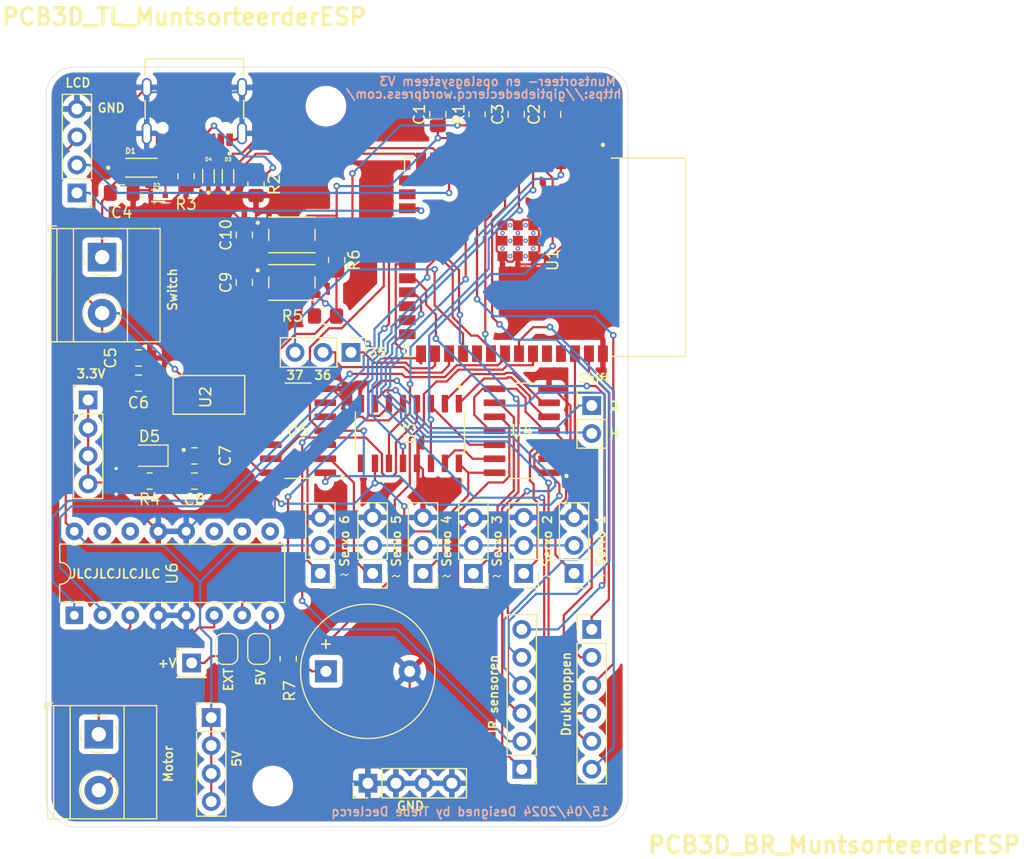
<source format=kicad_pcb>
(kicad_pcb (version 20240108) (generator "pcbnew") (generator_version "8.0")
  (layers (0 "F.Cu" signal) (31 "B.Cu" signal) (34 "B.Paste" user) (35 "F.Paste" user) (36 "B.SilkS" user "B.Silkscreen") (37 "F.SilkS" user "F.Silkscreen") (38 "B.Mask" user) (39 "F.Mask" user) (44 "Edge.Cuts" user))
  (net 0 "")
  (net 1 "Net-(BZ1--)")
  (net 2 "GND")
  (net 3 "CHIP_PU")
  (net 4 "ESP_3.3V")
  (net 5 "Net-(J8-Pin_1)")
  (net 6 "VCC_5V")
  (net 7 "GPIO0")
  (net 8 "Net-(D1-PadA)")
  (net 9 "D-")
  (net 10 "D+")
  (net 11 "Net-(D5-A)")
  (net 12 "Net-(J1-CC1)")
  (net 13 "Net-(J1-CC2)")
  (net 16 "SDA")
  (net 17 "SCL")
  (net 18 "IR5")
  (net 19 "IR4")
  (net 20 "IR1")
  (net 21 "IR3")
  (net 22 "IR2")
  (net 23 "IR6")
  (net 24 "BTN5")
  (net 25 "BTN6")
  (net 26 "BTN3")
  (net 27 "BTN2")
  (net 28 "BTN1")
  (net 29 "BTN4")
  (net 30 "Net-(M1-PWM)")
  (net 31 "Net-(M2-PWM)")
  (net 32 "Net-(M3-PWM)")
  (net 33 "Net-(M4-PWM)")
  (net 34 "Net-(M5-PWM)")
  (net 35 "Net-(M6-PWM)")
  (net 38 "BUZZER")
  (net 40 "GPIO38")
  (net 42 "SCK")
  (net 43 "GPIO48")
  (net 44 "GPIO4")
  (net 45 "SI")
  (net 48 "RCK")
  (net 49 "GPIO47")
  (net 50 "SERVO")
  (net 51 "Net-(U3-QB)")
  (net 53 "Net-(U3-QC)")
  (net 54 "Net-(U3-QA)")
  (net 55 "Net-(U3-QD)")
  (net 56 "Net-(U3-QF)")
  (net 57 "Net-(U3-QE)")
  (net 67 "Net-(M7--)")
  (net 68 "Net-(M7-+)")
  (net 69 "ShiftQ")
  (net 70 "ShiftH")
  (net 71 "Net-(J10-Pin_1)")
  (net 72 "GPIO40")
  (net 73 "GPIO35")
  (net 75 "GPIO39")
  (net 76 "GPIO36")
  (net 77 "GPIO37")
  (net 78 "Net-(JP1-A)")
  (net 79 "+5V")
  (footprint "Capacitor_SMD:C_0805_2012Metric_Pad1.18x1.45mm_HandSolder" (layer "F.Cu") (at 130.302 55.118)
    (property "Reference" "C6")
    (property "Value" "10uF")
  )
  (footprint "libtest:TVS_LESD5D5.0CT1G" (layer "F.Cu") (at 136.652 36.322 90)
    (property "Reference" "D4")
    (property "Value" "LESD5D5.0CT1G")
  )
  (footprint "libtest:TVS_LESD5D5.0CT1G" (layer "F.Cu") (at 138.43 36.322 90)
    (property "Reference" "D3")
    (property "Value" "LESD5D5.0CT1G")
  )
  (footprint "Capacitor_SMD:C_0805_2012Metric_Pad1.18x1.45mm_HandSolder" (layer "F.Cu") (at 139.911 41.656 90)
    (property "Reference" "C10")
    (property "Value" "0.1uF")
  )
  (footprint "MountingHole:MountingHole_3.2mm_M3" (layer "F.Cu") (at 142.494 91.694)
    (property "Reference" "H2" (hide yes))
    (property "Value" "MountingHole")
  )
  (footprint "Capacitor_SMD:C_0805_2012Metric_Pad1.18x1.45mm_HandSolder" (layer "F.Cu") (at 135.382 61.722 180)
    (property "Reference" "C7")
    (property "Value" "10uF")
  )
  (footprint "Resistor_SMD:R_0805_2012Metric_Pad1.20x1.40mm_HandSolder" (layer "F.Cu") (at 131.318 64.008 180)
    (property "Reference" "R4")
    (property "Value" "75")
  )
  (footprint "Capacitor_SMD:C_0805_2012Metric_Pad1.18x1.45mm_HandSolder" (layer "F.Cu") (at 135.382 64.008 180)
    (property "Reference" "C8")
    (property "Value" "0.1uF")
  )
  (footprint "TerminalBlock_Phoenix:TerminalBlock_Phoenix_MKDS-1,5-2-5.08_1x02_P5.08mm_Horizontal" (layer "F.Cu") (at 127 43.683 -90)
    (property "Reference" "J8" (hide yes))
    (property "Value" "Screw_Terminal_01x02")
  )
  (footprint "Connector_PinHeader_2.54mm:PinHeader_1x04_P2.54mm_Vertical" (layer "F.Cu") (at 125.73 56.642)
    (property "Reference" "J6" (hide yes))
    (property "Value" "3.3V headers")
  )
  (footprint "LED_SMD:LED_0805_2012Metric" (layer "F.Cu") (at 131.298 61.702 180)
    (property "Reference" "D5")
    (property "Value" "PowerLed")
  )
  (footprint "MountingHole:MountingHole_3.2mm_M3" (layer "F.Cu") (at 147.32 29.972)
    (property "Reference" "H1" (hide yes))
    (property "Value" "MountingHole")
  )
  (footprint "Connector_PinHeader_2.54mm:PinHeader_1x04_P2.54mm_Vertical" (layer "F.Cu") (at 136.906 85.481)
    (property "Reference" "J5" (hide yes))
    (property "Value" "5V headers")
  )
  (footprint "Buzzer_Beeper:Buzzer_12x9.5RM7.6" (layer "F.Cu") (at 147.32 81.28)
    (property "Reference" "BZ1" (hide yes))
    (property "Value" "Buzzer")
  )
  (footprint "libtest:XCVR_ESP32-S3-WROOM-1-N16R2" (layer "F.Cu") (at 167.206 43.688 -90)
    (property "Reference" "U1")
    (property "Value" "ESP32-S3-WROOM-1-N16R2")
  )
  (footprint "Capacitor_SMD:C_0805_2012Metric_Pad1.18x1.45mm_HandSolder" (layer "F.Cu") (at 128.778 37.846)
    (property "Reference" "C4")
    (property "Value" "10uF")
  )
  (footprint "Capacitor_SMD:C_0805_2012Metric_Pad1.18x1.45mm_HandSolder" (layer "F.Cu") (at 167.894 30.7125 90)
    (property "Reference" "C2")
    (property "Value" "0.1uF")
  )
  (footprint "Resistor_SMD:R_0805_2012Metric_Pad1.20x1.40mm_HandSolder" (layer "F.Cu") (at 147.277 49.022 180)
    (property "Reference" "R5")
    (property "Value" "10k")
  )
  (footprint "Resistor_SMD:R_0805_2012Metric_Pad1.20x1.40mm_HandSolder" (layer "F.Cu") (at 161.036 30.7125 90)
    (property "Reference" "R1")
    (property "Value" "10k")
  )
  (footprint "libtest:TVS_LESD5D5.0CT1G" (layer "F.Cu") (at 132.08 38.1)
    (property "Reference" "D2")
    (property "Value" "LESD5D5.0CT1G")
  )
  (footprint "libtest:SOIC127P600X175-14N" (layer "F.Cu") (at 144.7835 59.436 180)
    (property "Reference" "U5")
    (property "Value" "CD4066BM")
  )
  (footprint "Connector_PinHeader_2.54mm:PinHeader_1x02_P2.54mm_Vertical" (layer "F.Cu") (at 171.45 57.15)
    (property "Reference" "J9" (hide yes))
    (property "Value" "Conn_01x02_Pin")
  )
  (footprint "libtest:SOT229P700X180-4N" (layer "F.Cu") (at 136.6975 56.1795 90)
    (property "Reference" "U2")
    (property "Value" "AMS1117-3.3")
  )
  (footprint "libtest:SOIC127P600X175-14N" (layer "F.Cu") (at 165.1 59.4395 180)
    (property "Reference" "U4")
    (property "Value" "CD4066BM")
  )
  (footprint "Resistor_SMD:R_0805_2012Metric_Pad1.20x1.40mm_HandSolder" (layer "F.Cu") (at 140.97 37.084 -90)
    (property "Reference" "R2")
    (property "Value" "5.1k")
  )
  (footprint "libtest:HRO_TYPE-C-31-M-12" (layer "F.Cu") (at 135.375 28.27 180)
    (property "Reference" "J1" (hide yes))
    (property "Value" "TYPE-C-31-M-12")
  )
  (footprint "Connector_PinHeader_2.54mm:PinHeader_1x03_P2.54mm_Vertical" (layer "F.Cu") (at 165.274 72.39 180)
    (property "Reference" "M2" (hide yes))
    (property "Value" "Motor_Servo")
  )
  (footprint "Connector_PinHeader_2.54mm:PinHeader_1x03_P2.54mm_Vertical" (layer "F.Cu") (at 156.13 72.39 180)
    (property "Reference" "M4" (hide yes))
    (property "Value" "Motor_Servo")
  )
  (footprint "Connector_PinHeader_2.54mm:PinHeader_1x03_P2.54mm_Vertical" (layer "F.Cu") (at 160.702 72.39 180)
    (property "Reference" "M3" (hide yes))
    (property "Value" "Motor_Servo")
  )
  (footprint "Resistor_SMD:R_0805_2012Metric_Pad1.20x1.40mm_HandSolder" (layer "F.Cu") (at 134.62 36.322 -90)
    (property "Reference" "R3")
    (property "Value" "5.1k")
  )
  (footprint "Resistor_SMD:R_0805_2012Metric_Pad1.20x1.40mm_HandSolder" (layer "F.Cu") (at 148.293 43.942 90)
    (property "Reference" "R6")
    (property "Value" "10k")
  )
  (footprint "Connector_PinHeader_2.54mm:PinHeader_1x06_P2.54mm_Vertical" (layer "F.Cu") (at 165.1 90.17 180)
    (property "Reference" "J3" (hide yes))
    (property "Value" "IR sensoren")
  )
  (footprint "Capacitor_SMD:C_0805_2012Metric_Pad1.18x1.45mm_HandSolder" (layer "F.Cu") (at 139.911 45.974 90)
    (property "Reference" "C9")
    (property "Value" "0.1uF")
  )
  (footprint "Connector_PinHeader_2.54mm:PinHeader_1x03_P2.54mm_Vertical" (layer "F.Cu") (at 151.558 72.39 180)
    (property "Reference" "M5" (hide yes))
    (property "Value" "Motor_Servo")
  )
  (footprint "Connector_PinHeader_2.54mm:PinHeader_1x01_P2.54mm_Vertical" (layer "F.Cu") (at 135.128 80.518)
    (property "Reference" "J10" (hide yes))
    (property "Value" "Conn_01x01_Pin")
  )
  (footprint "Connector_PinHeader_2.54mm:PinHeader_1x04_P2.54mm_Vertical" (layer "F.Cu") (at 124.714 37.846 180)
    (property "Reference" "J2" (hide yes))
    (property "Value" "LCD")
  )
  (footprint "libtest:SW_PTS810_SJM_250_SMTR_LFS" (layer "F.Cu") (at 144.229 41.656)
    (property "Reference" "SW2" (hide yes))
    (property "Value" "PTS810_SJM_250_SMTR_LFS")
  )
  (footprint "Capacitor_SMD:C_0805_2012Metric_Pad1.18x1.45mm_HandSolder" (layer "F.Cu") (at 157.48 30.7125 90)
    (property "Reference" "C1")
    (property "Value" "1uF")
  )
  (footprint "Jumper:SolderJumper-2_P1.3mm_Open_RoundedPad1.0x1.5mm" (layer "F.Cu") (at 138.318 79.248 -90)
    (property "Reference" "JP1" (hide yes))
    (property "Value" "SolderJumper_2_Open")
  )
  (footprint "Connector_PinHeader_2.54mm:PinHeader_1x04_P2.54mm_Vertical" (layer "F.Cu") (at 151.13 91.44 90)
    (property "Reference" "J7" (hide yes))
    (property "Value" "GND headers")
  )
  (footprint "Capacitor_SMD:C_0805_2012Metric_Pad1.18x1.45mm_HandSolder" (layer "F.Cu") (at 130.302 52.832)
    (property "Reference" "C5")
    (property "Value" "0.1uF")
  )
  (footprint "libtest:SOD3715X145N" (layer "F.Cu") (at 130.556 35.56)
    (property "Reference" "D1")
    (property "Value" "1N5819HW-7-F")
  )
  (footprint "Resistor_SMD:R_0805_2012Metric_Pad1.20x1.40mm_HandSolder" (layer "F.Cu") (at 143.891 80.137 -90)
    (property "Reference" "R7")
    (property "Value" "100")
  )
  (footprint "libtest:SOP127P600X175-16N" (layer "F.Cu") (at 154.9435 59.69 -90)
    (property "Reference" "U3")
    (property "Value" "74HC595D")
  )
  (footprint "Capacitor_SMD:C_0805_2012Metric_Pad1.18x1.45mm_HandSolder" (layer "F.Cu") (at 164.592 30.7125 90)
    (property "Reference" "C3")
    (property "Value" "10uF")
  )
  (footprint "Package_DIP:DIP-16_W7.62mm" (layer "F.Cu") (at 124.475 76.19 90)
    (property "Reference" "U6")
    (property "Value" "L293D")
  )
  (footprint "Connector_PinHeader_2.54mm:PinHeader_1x06_P2.54mm_Vertical" (layer "F.Cu") (at 171.45 77.47)
    (property "Reference" "J4" (hide yes))
    (property "Value" "Drukknoppen")
  )
  (footprint "Jumper:SolderJumper-2_P1.3mm_Open_RoundedPad1.0x1.5mm" (layer "F.Cu") (at 141.224 79.248 -90)
    (property "Reference" "JP2" (hide yes))
    (property "Value" "SolderJumper_2_Open")
  )
  (footprint "Connector_PinHeader_2.54mm:PinHeader_1x03_P2.54mm_Vertical" (layer "F.Cu") (at 169.846 72.39 180)
    (property "Reference" "M1" (hide yes))
    (property "Value" "Motor_Servo")
  )
  (footprint "libtest:SW_PTS810_SJM_250_SMTR_LFS" (layer "F.Cu") (at 144.229 45.974)
    (property "Reference" "SW1" (hide yes))
    (property "Value" "PTS810_SJM_250_SMTR_LFS")
  )
  (footprint "Connector_PinHeader_2.54mm:PinHeader_1x03_P2.54mm_Vertical" (layer "F.Cu") (at 146.812 72.39 180)
    (property "Reference" "M6" (hide yes))
    (property "Value" "Motor_Servo")
  )
  (footprint "Connector_PinHeader_2.54mm:PinHeader_1x03_P2.54mm_Vertical" (layer "F.Cu") (at 149.591 52.324 -90)
    (property "Reference" "J11" (hide yes))
    (property "Value" "Conn_01x03_Pin")
  )
  (footprint "TerminalBlock_Phoenix:TerminalBlock_Phoenix_MKDS-1,5-2-5.08_1x02_P5.08mm_Horizontal" (layer "F.Cu") (at 126.695 86.99 -90)
    (property "Reference" "M7" (hide yes))
    (property "Value" "Motor_DC")
  )
  (gr_line (start 121.92 92.71) (end 121.919937 28.974051) (stroke (width 0.05)) (layer "Edge.Cuts"))
  (gr_line (start 124.46 26.416) (end 172.212 26.416) (stroke (width 0.05)) (layer "Edge.Cuts"))
  (gr_arc (start 124.587049 95.39505) (mid 122.700076 94.602263) (end 121.92 92.71) (stroke (width 0.05)) (layer "Edge.Cuts"))
  (gr_arc (start 121.919937 28.974051) (mid 122.66282 27.171585) (end 124.46 26.416001) (stroke (width 0.05)) (layer "Edge.Cuts"))
  (gr_arc (start 174.752 92.71) (mid 174.006637 94.567703) (end 172.183962 95.395049) (stroke (width 0.05)) (layer "Edge.Cuts"))
  (gr_line (start 174.752 28.956) (end 174.752 92.71) (stroke (width 0.05)) (layer "Edge.Cuts"))
  (gr_line (start 172.183962 95.395049) (end 124.587049 95.39505) (stroke (width 0.05)) (layer "Edge.Cuts"))
  (gr_arc (start 172.212 26.416) (mid 174.008051 27.159949) (end 174.752 28.956) (stroke (width 0.05)) (layer "Edge.Cuts"))
  (gr_text "15/04/2024 Designed by Tiebe Declercq" (at 173.101 94.488 0) (layer "B.SilkS") (effects (font (size 0.8 0.8) (thickness 0.16) (bold yes)) (justify left bottom mirror)))
  (gr_text "Muntsorteer- en opslagsysteem V3" (at 173.736 28.194 0) (layer "B.SilkS") (effects (font (size 0.8 0.8) (thickness 0.16) (bold yes)) (justify left bottom mirror)))
  (gr_text "https://giptiebedeclercq.wordpress.com/" (at 174.244 29.337 0) (layer "B.SilkS") (effects (font (size 0.8 0.8) (thickness 0.16) (bold yes)) (justify left bottom mirror)))
  (gr_text "Servo 2" (at 167.894 71.882 90) (layer "F.SilkS") (effects (font (size 0.8 0.8) (thickness 0.16) (bold yes)) (justify left bottom)))
  (gr_text "PCB3D_BR_MuntsorteerderESP" (at 176.403 97.917 0) (layer "F.SilkS") (effects (font (size 1.5 1.5) (thickness 0.3) (bold yes)) (justify left bottom)))
  (gr_text "~" (at 157.734 73.406 0) (layer "F.SilkS") (effects (font (size 1.4 1.4) (thickness 0.1)) (justify left bottom)))
  (gr_text "35" (at 151.13 52.832 0) (layer "F.SilkS") (effects (font (size 0.8 0.8) (thickness 0.16) (bold yes)) (justify left bottom)))
  (gr_text "36" (at 146.177 54.864 0) (layer "F.SilkS") (effects (font (size 0.8 0.8) (thickness 0.16) (bold yes)) (justify left bottom)))
  (gr_text "~" (at 171.704 73.406 0) (layer "F.SilkS") (effects (font (size 1.4 1.4) (thickness 0.1)) (justify left bottom)))
  (gr_text "Servo 6" (at 149.479 71.882 90) (layer "F.SilkS") (effects (font (size 0.8 0.8) (thickness 0.16) (bold yes)) (justify left bottom)))
  (gr_text "+V" (at 131.953 81.010055 0) (layer "F.SilkS") (effects (font (size 0.8 0.8) (thickness 0.16) (bold yes)) (justify left bottom)))
  (gr_text "~" (at 153.162 73.406 0) (layer "F.SilkS") (effects (font (size 1.4 1.4) (thickness 0.1)) (justify left bottom)))
  (gr_text "Servo 4" (at 158.75 71.882 90) (layer "F.SilkS") (effects (font (size 0.8 0.8) (thickness 0.16) (bold yes)) (justify left bottom)))
  (gr_text "Servo 5" (at 154.178 71.882 90) (layer "F.SilkS") (effects (font (size 0.8 0.8) (thickness 0.16) (bold yes)) (justify left bottom)))
  (gr_text "~" (at 166.878 73.406 0) (layer "F.SilkS") (effects (font (size 1.4 1.4) (thickness 0.1)) (justify left bottom)))
  (gr_text "H" (at 172.974 60.198 0) (layer "F.SilkS") (effects (font (size 0.8 0.8) (thickness 0.16) (bold yes)) (justify left bottom)))
  (gr_text "Q" (at 172.974 57.658 0) (layer "F.SilkS") (effects (font (size 0.8 0.8) (thickness 0.16) (bold yes)) (justify left bottom)))
  (gr_text "37" (at 143.637 54.864 0) (layer "F.SilkS") (effects (font (size 0.8 0.8) (thickness 0.16) (bold yes)) (justify left bottom)))
  (gr_text "JLCJLCJLCJLC" (at 123.952 72.898 0) (layer "F.SilkS") (effects (font (size 0.8 0.8) (thickness 0.16) (bold yes)) (justify left bottom)))
  (gr_text "5V" (at 141.864295 82.661323 90) (layer "F.SilkS") (effects (font (size 0.8 0.8) (thickness 0.16) (bold yes)) (justify left bottom)))
  (gr_text "GND" (at 126.492 30.607 0) (layer "F.SilkS") (effects (font (size 0.8 0.8) (thickness 0.16) (bold yes)) (justify left bottom)))
  (gr_text "~" (at 148.463 73.279 0) (layer "F.SilkS") (effects (font (size 1.4 1.4) (thickness 0.1)) (justify left bottom)))
  (gr_text "Switch" (at 133.858 48.641 90) (layer "F.SilkS") (effects (font (size 0.8 0.8) (thickness 0.16) (bold yes)) (justify left bottom)))
  (gr_text "Servo 1" (at 172.72 71.882 90) (layer "F.SilkS") (effects (font (size 0.8 0.8) (thickness 0.16) (bold yes)) (justify left bottom)))
  (gr_text "5V" (at 139.7 90.043 90) (layer "F.SilkS") (effects (font (size 0.8 0.8) (thickness 0.16) (bold yes)) (justify left bottom)))
  (gr_text "IR sensoren" (at 163.003105 87.010705 90) (layer "F.SilkS") (effects (font (size 0.8 0.8) (thickness 0.16) (bold yes)) (justify left bottom)))
  (gr_text "Drukknoppen" (at 169.600725 87.258325 90) (layer "F.SilkS") (effects (font (size 0.8 0.8) (thickness 0.16) (bold yes)) (justify left bottom)))
  (gr_text "3.3V" (at 124.587 54.737 0) (layer "F.SilkS") (effects (font (size 0.8 0.8) (thickness 0.16) (bold yes)) (justify left bottom)))
  (gr_text "EXT" (at 138.938 83.185 90) (layer "F.SilkS") (effects (font (size 0.8 0.8) (thickness 0.16) (bold yes)) (justify left bottom)))
  (gr_text "LCD" (at 123.571 28.321 0) (layer "F.SilkS") (effects (font (size 0.8 0.8) (thickness 0.16) (bold yes)) (justify left bottom)))
  (gr_text "Servo 3" (at 163.322 71.882 90) (layer "F.SilkS") (effects (font (size 0.8 0.8) (thickness 0.16) (bold yes)) (justify left bottom)))
  (gr_text "PCB3D_TL_MuntsorteerderESP" (at 117.729 22.733 0) (layer "F.SilkS") (effects (font (size 1.5 1.5) (thickness 0.3) (bold yes)) (justify left bottom)))
  (gr_text "Shift" (at 170.18 55.146389 0) (layer "F.SilkS") (effects (font (size 0.8 0.8) (thickness 0.16) (bold yes)) (justify left bottom)))
  (gr_text "GND" (at 153.67 93.98 0) (layer "F.SilkS") (effects (font (size 0.8 0.8) (thickness 0.16) (bold yes)) (justify left bottom)))
  (gr_text "Motor" (at 133.477 91.44 90) (layer "F.SilkS") (effects (font (size 0.8 0.8) (thickness 0.16) (bold yes)) (justify left bottom)))
  (gr_text "~" (at 162.306 73.406 0) (layer "F.SilkS") (effects (font (size 1.4 1.4) (thickness 0.1)) (justify left bottom)))
  (segment (start 145.8753 81.137) (end 146.0183 81.28) (width 0.2) (layer "F.Cu") (net 1))
  (segment (start 147.32 81.28) (end 146.0183 81.28) (width 0.2) (layer "F.Cu") (net 1))
  (segment (start 143.891 81.137) (end 145.8753 81.137) (width 0.2) (layer "F.Cu") (net 1))
  (segment (start 163.346 43.588) (end 163.3365 43.588) (width 0.2) (layer "F.Cu") (net 2))
  (segment (start 139.12 33.02) (end 139.7 32.44) (width 0.2) (layer "F.Cu") (net 2))
  (segment (start 154.92 89.0383) (end 154.92 81.28) (width 0.2) (layer "F.Cu") (net 2))
  (segment (start 143.256 33.02) (end 139.7 29.464) (width 0.2) (layer "F.Cu") (net 2))
  (segment (start 139.9485 40.581) (end 139.911 40.6185) (width 0.2) (layer "F.Cu") (net 2))
  (segment (start 147.1307 44.899) (end 147.1307 40.581) (width 0.2) (layer "F.Cu") (net 2))
  (segment (start 153.67 91.44) (end 153.67 90.2883) (width 0.2) (layer "F.Cu") (net 2))
  (segment (start 141.5492 40.581) (end 140.97 40.581) (width 0.2) (layer "F.Cu") (net 2))
  (segment (start 138.43 39.1375) (end 138.43 36.982) (width 0.2) (layer "F.Cu") (net 2))
  (segment (start 140.97 40.581) (end 140.97 38.084) (width 0.2) (layer "F.Cu") (net 2))
  (segment (start 163.346 42.188) (end 162.8207 42.188) (width 0.2) (layer "F.Cu") (net 2))
  (segment (start 163.2504 40.788) (end 163.346 40.788) (width 0.2) (layer "F.Cu") (net 2))
  (segment (start 134.4075 59.5245) (end 134.3445 59.5875) (width 0.2) (layer "F.Cu") (net 2))
  (segment (start 132.175 33.02) (end 132.175 33.8917) (width 0.2) (layer "F.Cu") (net 2))
  (segment (start 164.592 29.675) (end 167.894 29.675) (width 0.2) (layer "F.Cu") (net 2))
  (segment (start 130.048 37.5831) (end 130.048 35.052) (width 0.2) (layer "F.Cu") (net 2))
  (segment (start 139.911 40.6185) (end 138.43 39.1375) (width 0.2) (layer "F.Cu") (net 2))
  (segment (start 156.13 67.31) (end 156.13 66.1583) (width 0.2) (layer "F.Cu") (net 2))
  (segment (start 172.466 34.247) (end 167.894 29.675) (width 0.2) (layer "F.Cu") (net 2))
  (segment (start 164.2505 40.2789) (end 164.746 40.7744) (width 0.2) (layer "F.Cu") (net 2))
  (segment (start 164.746 40.7744) (end 165.2391 40.2813) (width 0.2) (layer "F.Cu") (net 2))
  (segment (start 163.346 40.6901) (end 163.7572 40.2789) (width 0.2) (layer "F.Cu") (net 2))
  (segment (start 131.42 38.1) (end 131.42 38.6017) (width 0.2) (layer "F.Cu") (net 2))
  (segment (start 163.346 43.595107) (end 163.838893 44.088) (width 0.2) (layer "F.Cu") (net 2))
  (segment (start 165.2391 40.2813) (end 165.7337 40.2813) (width 0.2) (layer "F.Cu") (net 2))
  (segment (start 166.146 40.6936) (end 166.146 40.788) (width 0.2) (layer "F.Cu") (net 2))
  (segment (start 165.7337 40.2813) (end 166.146 40.6936) (width 0.2) (layer "F.Cu") (net 2))
  (segment (start 169.846 67.31) (end 169.846 65.198) (width 0.2) (layer "F.Cu") (net 2))
  (segment (start 131.2 33.8917) (end 131.05 33.7417) (width 0.2) (layer "F.Cu") (net 2))
  (segment (start 132.2355 61.702) (end 132.2355 56.014) (width 0.2) (layer "F.Cu") (net 2))
  (segment (start 163.7074 28.7904) (end 158.3646 28.7904) (width 0.2) (layer "F.Cu") (net 2))
  (segment (start 166.683 43.1344) (end 166.2294 43.588) (width 0.2) (layer "F.Cu") (net 2))
  (segment (start 132.2355 61.702) (end 134.3245 61.702) (width 0.2) (layer "F.Cu") (net 2))
  (segment (start 169.5193 57.1638) (end 167.985 55.6295) (width 0.2) (layer "F.Cu") (net 2))
  (segment (start 169.5193 64.8713) (end 169.5193 57.1638) (width 0.2) (layer "F.Cu") (net 2))
  (segment (start 166.2294 43.588) (end 166.146 43.588) (width 0.2) (layer "F.Cu") (net 2))
  (segment (start 166.2294 42.188) (end 166.146 42.188) (width 0.2) (layer "F.Cu") (net 2))
  (segment (start 130.0632 37.5983) (end 130.048 37.5831) (width 0.2) (layer "F.Cu") (net 2))
  (segment (start 163.346 43.588) (end 163.346 43.595107) (width 0.2) (layer "F.Cu") (net 2))
  (segment (start 164.746 43.595107) (end 164.746 43.588) (width 0.2) (layer "F.Cu") (net 2))
  (segment (start 162.8207 41.2177) (end 163.2504 40.788) (width 0.2) (layer "F.Cu") (net 2))
  (segment (start 129.286 34.29) (end 129.286 30.034) (width 0.2) (layer "F.Cu") (net 2))
  (segment (start 130.073 66.548) (end 132.095 68.57) (width 0.2) (layer "F.Cu") (net 2))
  (segment (start 163.838893 44.088) (end 164.253107 44.088) (width 0.2) (layer "F.Cu") (net 2))
  (segment (start 140.97 40.581) (end 139.9485 40.581) (width 0.2) (layer "F.Cu") (net 2))
  (segment (start 130.8585 60.325) (end 129.54 60.325) (width 0.2) (layer "F.Cu") (net 2))
  (segment (start 128.27 65.1882) (end 129.6298 66.548) (width 0.2) (layer "F.Cu") (net 2))
  (segment (start 139.9485 44.899) (end 139.911 44.9365) (width 0.2) (layer "F.Cu") (net 2))
  (segment (start 134.3445 59.5875) (end 134.3445 61.722) (width 0.2) (layer "F.Cu") (net 2))
  (segment (start 146.7174 44.899) (end 146.304 44.899) (width 0.2) (layer "F.Cu") (net 2))
  (segment (start 142.154 40.581) (end 141.5492 40.581) (width 0.2) (layer "F.Cu") (net 2))
  (segment (start 164.253107 44.088) (end 164.746 43.595107) (width 0.2) (layer "F.Cu") (net 2))
  (segment (start 129.286 30.034) (end 131.05 28.27) (width 0.2) (layer "F.Cu") (net 2))
  (segment (start 139.911 44.9365) (end 138.873 43.8985) (width 0.2) (layer "F.Cu") (net 2))
  (segment (start 149.2298 56.98) (end 149.2298 57.2997) (width 0.2) (layer "F.Cu") (net 2))
  (segment (start 129.6298 66.548) (end 130.073 66.548) (width 0.2) (layer "F.Cu") (net 2))
  (segment (start 166.146 44.3397) (end 167.0864 44.3397) (width 0.2) (layer "F.Cu") (net 2))
  (segment (start 153.67 90.2883) (end 154.92 89.0383) (width 0.2) (layer "F.Cu") (net 2))
  (segment (start 139.7 29.464) (end 139.7 28.27) (width 0.2) (layer "F.Cu") (net 2))
  (segment (start 146.304 40.581) (end 147.1307 40.581) (width 0.2) (layer "F.Cu") (net 2))
  (segment (start 172.466 34.938) (end 172.466 34.247) (width 0.2) (layer "F.Cu") (net 2))
  (segment (start 131.42 37.8491) (end 131.42 37.5983) (width 0.2) (layer "F.Cu") (net 2))
  (segment (start 129.8155 37.846) (end 130.0632 37.5983) (width 0.2) (layer "F.Cu") (net 2))
  (segment (start 134.3245 61.702) (end 134.3445 61.722) (width 0.2) (layer "F.Cu") (net 2))
  (segment (start 163.346 40.788) (end 163.346 40.6901) (width 0.2) (layer "F.Cu") (net 2))
  (segment (start 166.1703 40.788) (end 166.6663 41.284) (width 0.2) (layer "F.Cu") (net 2))
  (segment (start 166.683 42.6416) (end 166.683 43.1344) (width 0.2) (layer "F.Cu") (net 2))
  (segment (start 130.0632 37.5983) (end 131.42 37.5983) (width 0.2) (layer "F.Cu") (net 2))
  (segment (start 138.43 36.982) (end 137.1537 36.982) (width 0.2) (layer "F.Cu") (net 2))
  (segment (start 131.05 32.44) (end 131.05 33.7417) (width 0.2) (layer "F.Cu") (net 2))
  (segment (start 130.048 35.052) (end 129.286 34.29) (width 0.2) (layer "F.Cu") (net 2))
  (segment (start 156.13 66.1583) (end 156.13 62.9515) (width 0.2) (layer "F.Cu") (net 2))
  (segment (start 146.7174 44.899) (end 147.1307 44.899) (width 0.2) (layer "F.Cu") (net 2))
  (segment (start 157.48 29.675) (end 154.135 33.02) (width 0.2) (layer "F.Cu") (net 2))
  (segment (start 163.7572 40.2789) (end 164.2505 40.2789) (width 0.2) (layer "F.Cu") (net 2))
  (segment (start 147.2585 55.626) (end 147.8758 55.626) (width 0.2) (layer "F.Cu") (net 2))
  (segment (start 134.3445 61.722) (end 134.3445 64.008) (width 0.2) (layer "F.Cu") (net 2))
  (segment (start 136.652 36.982) (end 136.1503 36.982) (width 0.2) (layer "F.Cu") (net 2))
  (segment (start 131.42 52.7515) (end 131.3395 52.832) (width 0.2) (layer "F.Cu") (net 2))
  (segment (start 128.27 61.595) (end 128.27 62.865) (width 0.2) (layer "F.Cu") (net 2))
  (segment (start 147.8758 55.626) (end 149.2298 56.98) (width 0.2) (layer "F.Cu") (net 2))
  (segment (start 166.6663 41.7511) (end 166.2294 42.188) (width 0.2) (layer "F.Cu") (net 2))
  (segment (start 159.3122 76.8878) (end 159.3122 68.6998) (width 0.2) (layer "F.Cu") (net 2))
  (segment (start 131.42 38.6017) (end 131.42 52.7515) (width 0.2) (layer "F.Cu") (net 2))
  (segment (start 166.6663 41.284) (end 166.6663 41.7511) (width 0.2) (layer "F.Cu") (net 2))
  (segment (start 164.746 44.3397) (end 166.146 44.3397) (width 0.2) (layer "F.Cu") (net 2))
  (segment (start 172.466 50.6597) (end 172.466 52.438) (width 0.2) (layer "F.Cu") (net 2))
  (segment (start 132.2355 61.702) (end 130.8585 60.325) (width 0.2) (layer "F.Cu") (net 2))
  (segment (start 163.3365 43.588) (end 162.8207 43.0722) (width 0.2) (layer "F.Cu") (net 2))
  (segment (start 156.13 62.9515) (end 155.5785 62.4) (width 0.2) (layer "F.Cu") (net 2))
  (segment (start 132.2355 56.014) (end 131.3395 55.118) (width 0.2) (layer "F.Cu") (net 2))
  (segment (start 166.146 43.588) (end 166.146 44.3397) (width 0.2) (layer "F.Cu") (net 2))
  (segment (start 132.175 33.8917) (end 131.2 33.8917) (width 0.2) (layer "F.Cu") (net 2))
  (segment (start 164.746 43.588) (end 164.746 44.3397) (width 0.2) (layer "F.Cu") (net 2))
  (segment (start 135.8103 37.322) (end 134.62 37.322) (width 0.2) (layer "F.Cu") (net 2))
  (segment (start 167.985 55.6295) (end 167.575 55.6295) (width 0.2) (layer "F.Cu") (net 2))
  (segment (start 162.8207 42.188) (end 162.8207 41.2177) (width 0.2) (layer "F.Cu") (net 2))
  (segment (start 131.42 37.8491) (end 131.42 38.1) (width 0.2) (layer "F.Cu") (net 2))
  (segment (start 167.0864 44.3397) (end 172.466 38.9601) (width 0.2) (layer "F.Cu") (net 2))
  (segment (start 159.3122 68.6998) (end 160.702 67.31) (width 0.2) (layer "F.Cu") (net 2))
  (segment (start 138.575 33.02) (end 139.12 33.02) (width 0.2) (layer "F.Cu") (net 2))
  (segment (start 164.592 29.675) (end 163.7074 28.7904) (width 0.2) (layer "F.Cu") (net 2))
  (segment (start 142.154 44.899) (end 139.9485 44.899) (width 0.2) (layer "F.Cu") (net 2))
  (segment (start 158.3646 28.7904) (end 157.48 29.675) (width 0.2) (layer "F.Cu") (net 2))
  (segment (start 136.1503 36.982) (end 135.8103 37.322) (width 0.2) (layer "F.Cu") (net 2))
  (segment (start 154.92 81.28) (end 159.3122 76.8878) (width 0.2) (layer "F.Cu") (net 2))
  (segment (start 138.873 43.8985) (end 138.873 41.6565) (width 0.2) (layer "F.Cu") (net 2))
  (segment (start 172.466 38.9601) (end 172.466 34.938) (width 0.2) (layer "F.Cu") (net 2))
  (segment (start 169.846 65.198) (end 169.5193 64.8713) (width 0.2) (layer "F.Cu") (net 2))
  (segment (start 129.54 60.325) (end 128.27 61.595) (width 0.2) (layer "F.Cu") (net 2))
  (segment (start 134.635 68.57) (end 134.635 76.19) (width 0.2) (layer "F.Cu") (net 2))
  (segment (start 166.2294 42.188) (end 166.683 42.6416) (width 0.2) (layer "F.Cu") (net 2))
  (segment (start 166.146 44.3397) (end 172.466 50.6597) (width 0.2) (layer "F.Cu") (net 2))
  (segment (start 164.746 40.788) (end 164.746 40.7744) (width 0.2) (layer "F.Cu") (net 2))
  (segment (start 134.62 37.322) (end 133.3403 38.6017) (width 0.2) (layer "F.Cu") (net 2))
  (segment (start 154.135 33.02) (end 143.256 33.02) (width 0.2) (layer "F.Cu") (net 2))
  (segment (start 149.2298 56.98) (end 150.4985 56.98) (width 0.2) (layer "F.Cu") (net 2))
  (segment (start 166.146 40.788) (end 166.1703 40.788) (width 0.2) (layer "F.Cu") (net 2))
  (segment (start 162.8207 43.0722) (end 162.8207 42.188) (width 0.2) (layer "F.Cu") (net 2))
  (segment (start 133.3403 38.6017) (end 131.42 38.6017) (width 0.2) (layer "F.Cu") (net 2))
  (segment (start 131.3395 55.118) (end 131.3395 52.832) (width 0.2) (layer "F.Cu") (net 2))
  (segment (start 138.873 41.6565) (end 139.911 40.6185) (width 0.2) (layer "F.Cu") (net 2))
  (segment (start 146.304 44.899) (end 142.154 44.899) (width 0.2) (layer "F.Cu") (net 2))
  (segment (start 136.652 36.982) (end 137.1537 36.982) (width 0.2) (layer "F.Cu") (net 2))
  (via (at 149.2298 57.2997) (size 0.6) (drill 0.3) (layers "F.Cu" "B.Cu") (net 2))
  (via (at 128.27 65.1882) (size 0.6) (drill 0.3) (layers "F.Cu" "B.Cu") (net 2))
  (via (at 128.27 62.865) (size 0.6) (drill 0.3) (layers "F.Cu" "B.Cu") (net 2))
  (segment (start 131.05 28.27) (end 131.05 28.2943) (width 0.2) (layer "B.Cu") (net 2))
  (segment (start 134.635 76.19) (end 132.095 76.19) (width 0.2) (layer "B.Cu") (net 2))
  (segment (start 130.2457 30.226) (end 131.05 29.4217) (width 0.2) (layer "B.Cu") (net 2))
  (segment (start 124.714 30.226) (end 130.2457 30.226) (width 0.2) (layer "B.Cu") (net 2))
  (segment (start 139.7 28.8458) (end 139.7 32.44) (width 0.2) (layer "B.Cu") (net 2))
  (segment (start 169.846 67.31) (end 165.274 67.31) (width 0.2) (layer "B.Cu") (net 2))
  (segment (start 142.6739 67.31) (end 146.812 67.31) (width 0.2) (layer "B.Cu") (net 2))
  (segment (start 139.7 28.27) (end 139.7 28.8458) (width 0.2) (layer "B.Cu") (net 2))
  (segment (start 142.6739 67.31) (end 142.6739 63.8556) (width 0.2) (layer "B.Cu") (net 2))
  (segment (start 142.6739 63.8556) (end 149.2298 57.2997) (width 0.2) (layer "B.Cu") (net 2))
  (segment (start 131.05 31.1383) (end 130.2457 30.334) (width 0.2) (layer "B.Cu") (net 2))
  (segment (start 156.13 67.31) (end 160.702 67.31) (width 0.2) (layer "B.Cu") (net 2))
  (segment (start 153.67 91.44) (end 156.21 91.44) (width 0.2) (layer "B.Cu") (net 2))
  (segment (start 131.05 32.44) (end 131.05 31.1383) (width 0.2) (layer "B.Cu") (net 2))
  (segment (start 151.558 67.31) (end 156.13 67.31) (width 0.2) (layer "B.Cu") (net 2))
  (segment (start 131.4577 28.702) (end 131.05 28.2943) (width 0.2) (layer "B.Cu") (net 2))
  (segment (start 134.635 68.57) (end 135.895 67.31) (width 0.2) (layer "B.Cu") (net 2))
  (segment (start 156.21 91.44) (end 158.75 91.44) (width 0.2) (layer "B.Cu") (net 2))
  (segment (start 160.702 67.31) (end 165.274 67.31) (width 0.2) (layer "B.Cu") (net 2))
  (segment (start 139.5562 28.702) (end 131.4577 28.702) (width 0.2) (layer "B.Cu") (net 2))
  (segment (start 131.05 28.2943) (end 131.05 29.4217) (width 0.2) (layer "B.Cu") (net 2))
  (segment (start 151.558 67.31) (end 146.812 67.31) (width 0.2) (layer "B.Cu") (net 2))
  (segment (start 130.2457 30.334) (end 130.2457 30.226) (width 0.2) (layer "B.Cu") (net 2))
  (segment (start 135.895 67.31) (end 142.6739 67.31) (width 0.2) (layer "B.Cu") (net 2))
  (segment (start 132.095 68.57) (end 134.635 68.57) (width 0.2) (layer "B.Cu") (net 2))
  (segment (start 128.27 62.865) (end 128.27 65.1882) (width 0.2) (layer "B.Cu") (net 2))
  (segment (start 139.7 28.8458) (end 139.5562 28.702) (width 0.2) (layer "B.Cu") (net 2))
  (segment (start 151.13 91.44) (end 153.67 91.44) (width 0.2) (layer "B.Cu") (net 2))
  (segment (start 139.9485 42.731) (end 139.911 42.6935) (width 0.2) (layer "F.Cu") (net 3))
  (segment (start 145.6553 39.9112) (end 145.034 40.5325) (width 0.2) (layer "F.Cu") (net 3))
  (segment (start 157.48 31.75) (end 157.48 32.8675) (width 0.2) (layer "F.Cu") (net 3))
  (segment (start 157.48 32.8675) (end 168.9072 32.8675) (width 0.2) (layer "F.Cu") (net 3))
  (segment (start 157.48 31.75) (end 159.5175 29.7125) (width 0.2) (layer "F.Cu") (net 3))
  (segment (start 145.034 40.5325) (end 145.034 42.731) (width 0.2) (layer "F.Cu") (net 3))
  (segment (start 148.293 39.9112) (end 145.6553 39.9112) (width 0.2) (layer "F.Cu") (net 3))
  (segment (start 168.9072 32.8675) (end 169.926 33.8863) (width 0.2) (layer "F.Cu") (net 3))
  (segment (start 145.034 42.731) (end 145.4773 42.731) (width 0.2) (layer "F.Cu") (net 3))
  (segment (start 159.5175 29.7125) (end 161.036 29.7125) (width 0.2) (layer "F.Cu") (net 3))
  (segment (start 142.154 42.731) (end 139.9485 42.731) (width 0.2) (layer "F.Cu") (net 3))
  (segment (start 146.304 42.731) (end 145.4773 42.731) (width 0.2) (layer "F.Cu") (net 3))
  (segment (start 145.4773 42.731) (end 142.154 42.731) (width 0.2) (layer "F.Cu") (net 3))
  (segment (start 148.293 39.9112) (end 148.293 37.2265) (width 0.2) (layer "F.Cu") (net 3))
  (segment (start 148.293 42.942) (end 148.293 39.9112) (width 0.2) (layer "F.Cu") (net 3))
  (segment (start 169.926 34.938) (end 169.926 33.8863) (width 0.2) (layer "F.Cu") (net 3))
  (via (at 157.48 32.8675) (size 0.6) (drill 0.3) (layers "F.Cu" "B.Cu") (net 3))
  (via (at 148.293 37.2265) (size 0.6) (drill 0.3) (layers "F.Cu" "B.Cu") (net 3))
  (segment (start 153.121 37.2265) (end 148.293 37.2265) (width 0.2) (layer "B.Cu") (net 3))
  (segment (start 157.48 32.8675) (end 153.121 37.2265) (width 0.2) (layer "B.Cu") (net 3))
  (segment (start 147.9251 49.022) (end 146.3001 50.647) (width 0.2) (layer "F.Cu") (net 4))
  (segment (start 161.036 31.7125) (end 159.258 31.7125) (width 0.2) (layer "F.Cu") (net 4))
  (segment (start 171.196 34.938) (end 171.196 33.8863) (width 0.2) (layer "F.Cu") (net 4))
  (segment (start 137.6751 60.5021) (end 136.6975 59.5245) (width 0.2) (layer "F.Cu") (net 4))
  (segment (start 155.194 68.58) (end 156.972 68.58) (width 0.2) (layer "F.Cu") (net 4))
  (segment (start 136.6975 59.5245) (end 136.4195 59.8025) (width 0.2) (layer "F.Cu") (net 4))
  (segment (start 146.3001 50.647) (end 144.5463 50.647) (width 0.2) (layer "F.Cu") (net 4))
  (segment (start 130.003256 65.278) (end 131.572 65.278) (width 0.2) (layer "F.Cu") (net 4))
  (segment (start 160.238 63.2495) (end 162.625 63.2495) (width 0.2) (layer "F.Cu") (net 4))
  (segment (start 169.0597 31.75) (end 167.894 31.75) (width 0.2) (layer "F.Cu") (net 4))
  (segment (start 149.7275 36.0822) (end 149.7275 43.5075) (width 0.2) (layer "F.Cu") (net 4))
  (segment (start 140.419 60.5021) (end 137.6751 60.5021) (width 0.2) (layer "F.Cu") (net 4))
  (segment (start 136.28175 65.14025) (end 135.382 66.04) (width 0.2) (layer "F.Cu") (net 4))
  (segment (start 151.7685 64.1865) (end 151.7685 62.4) (width 0.2) (layer "F.Cu") (net 4))
  (segment (start 128.905 64.179744) (end 130.003256 65.278) (width 0.2) (layer "F.Cu") (net 4))
  (segment (start 125.857 64.135) (end 128.905 64.135) (width 0.2) (layer "F.Cu") (net 4))
  (segment (start 142.3085 63.246) (end 142.3085 65.0981) (width 0.2) (layer "F.Cu") (net 4))
  (segment (start 136.4195 64.008) (end 136.28175 64.14575) (width 0.2) (layer "F.Cu") (net 4))
  (segment (start 134.35 66.04) (end 132.318 64.008) (width 0.2) (layer "F.Cu") (net 4))
  (segment (start 148.277 49.022) (end 147.9251 49.022) (width 0.2) (layer "F.Cu") (net 4))
  (segment (start 131.572 65.278) (end 132.318 64.532) (width 0.2) (layer "F.Cu") (net 4))
  (segment (start 164.5545 31.7125) (end 161.036 31.7125) (width 0.2) (layer "F.Cu") (net 4))
  (segment (start 136.4195 59.8025) (end 136.4195 61.722) (width 0.2) (layer "F.Cu") (net 4))
  (segment (start 159.3885 62.4) (end 160.238 63.2495) (width 0.2) (layer "F.Cu") (net 4))
  (segment (start 140.419 54.7743) (end 140.419 60.5021) (width 0.2) (layer "F.Cu") (net 4))
  (segment (start 125.73 61.722) (end 125.73 59.182) (width 0.2) (layer "F.Cu") (net 4))
  (segment (start 144.5463 50.647) (end 140.419 54.7743) (width 0.2) (layer "F.Cu") (net 4))
  (segment (start 140.419 62.187) (end 141.478 63.246) (width 0.2) (layer "F.Cu") (net 4))
  (segment (start 125.73 59.182) (end 125.73 56.642) (width 0.2) (layer "F.Cu") (net 4))
  (segment (start 160.238 65.314) (end 160.238 63.2495) (width 0.2) (layer "F.Cu") (net 4))
  (segment (start 128.905 64.135) (end 128.905 64.179744) (width 0.2) (layer "F.Cu") (net 4))
  (segment (start 167.894 31.75) (end 164.592 31.75) (width 0.2) (layer "F.Cu") (net 4))
  (segment (start 142.3085 65.0981) (end 143.2756 66.0652) (width 0.2) (layer "F.Cu") (net 4))
  (segment (start 156.972 68.58) (end 160.238 65.314) (width 0.2) (layer "F.Cu") (net 4))
  (segment (start 125.73 64.262) (end 125.73 61.722) (width 0.2) (layer "F.Cu") (net 4))
  (segment (start 141.478 63.246) (end 142.3085 63.246) (width 0.2) (layer "F.Cu") (net 4))
  (segment (start 136.28175 64.14575) (end 136.28175 65.14025) (width 0.2) (layer "F.Cu") (net 4))
  (segment (start 140.419 60.5021) (end 140.419 62.187) (width 0.2) (layer "F.Cu") (net 4))
  (segment (start 136.4195 61.722) (end 136.4195 64.008) (width 0.2) (layer "F.Cu") (net 4))
  (segment (start 148.277 44.958) (end 148.277 49.022) (width 0.2) (layer "F.Cu") (net 4))
  (segment (start 164.592 31.75) (end 164.5545 31.7125) (width 0.2) (layer "F.Cu") (net 4))
  (segment (start 125.73 64.262) (end 125.857 64.135) (width 0.2) (layer "F.Cu") (net 4))
  (segment (start 132.318 64.532) (end 132.318 64.008) (width 0.2) (layer "F.Cu") (net 4))
  (segment (start 154.432 67.818) (end 155.194 68.58) (width 0.2) (layer "F.Cu") (net 4))
  (segment (start 135.382 66.04) (end 134.35 66.04) (width 0.2) (layer "F.Cu") (net 4))
  (segment (start 148.293 44.942) (end 148.277 44.958) (width 0.2) (layer "F.Cu") (net 4))
  (segment (start 171.196 33.8863) (end 169.0597 31.75) (width 0.2) (layer "F.Cu") (net 4))
  (segment (start 154.432 66.294) (end 154.432 67.818) (width 0.2) (layer "F.Cu") (net 4))
  (segment (start 149.7275 43.5075) (end 148.293 44.942) (width 0.2) (layer "F.Cu") (net 4))
  (via (at 151.7685 64.1865) (size 0.6) (drill 0.3) (layers "F.Cu" "B.Cu") (net 4))
  (via (at 159.258 31.7125) (size 0.6) (drill 0.3) (layers "F.Cu" "B.Cu") (net 4))
  (via (at 154.432 66.294) (size 0.6) (drill 0.3) (layers "F.Cu" "B.Cu") (net 4))
  (via (at 149.7275 36.0822) (size 0.6) (drill 0.3) (layers "F.Cu" "B.Cu") (net 4))
  (via (at 143.2756 66.0652) (size 0.6) (drill 0.3) (layers "F.Cu" "B.Cu") (net 4))
  (segment (start 143.2756 66.0652) (end 149.8898 66.0652) (width 0.2) (layer "B.Cu") (net 4))
  (segment (start 149.8898 66.0652) (end 151.7685 64.1865) (width 0.2) (layer "B.Cu") (net 4))
  (segment (start 159.258 31.7125) (end 154.0972 31.7125) (width 0.2) (layer "B.Cu") (net 4))
  (segment (start 154.0972 31.7125) (end 149.7275 36.0822) (width 0.2) (layer "B.Cu") (net 4))
  (segment (start 154.432 66.294) (end 152.3245 64.1865) (width 0.2) (layer "B.Cu") (net 4))
  (segment (start 152.3245 64.1865) (end 151.7685 64.1865) (width 0.2) (layer "B.Cu") (net 4))
  (segment (start 128.876 36.2267) (end 127.7405 37.3622) (width 0.2) (layer "F.Cu") (net 5))
  (segment (start 127.7405 37.3622) (end 127.7405 37.846) (width 0.2) (layer "F.Cu") (net 5))
  (segment (start 127.7405 37.846) (end 127 38.5865) (width 0.2) (layer "F.Cu") (net 5))
  (segment (start 127 38.5865) (end 127 43.683) (width 0.2) (layer "F.Cu") (net 5))
  (segment (start 128.876 35.56) (end 128.876 36.2267) (width 0.2) (layer "F.Cu") (net 5))
  (segment (start 136.906 88.021) (end 136.906 85.481) (width 0.2) (layer "F.Cu") (net 6))
  (segment (start 136.906 90.561) (end 136.906 88.021) (width 0.2) (layer "F.Cu") (net 6))
  (segment (start 123.19 34.544) (end 123.19 44.953) (width 0.2) (layer "F.Cu") (net 6))
  (segment (start 128.3092 51.8766) (end 127.00005 50.56745) (width 0.2) (layer "F.Cu") (net 6))
  (segment (start 123.19 44.953) (end 127 48.763) (width 0.2) (layer "F.Cu") (net 6))
  (segment (start 129.2645 52.832) (end 128.3092 51.8766) (width 0.2) (layer "F.Cu") (net 6))
  (segment (start 127 50.5675) (end 127 48.763) (width 0.2) (layer "F.Cu") (net 6))
  (segment (start 123.698 67.793) (end 124.475 68.57) (width 0.2) (layer "F.Cu") (net 6))
  (segment (start 133.604 53.848) (end 138.9875 59.2315) (width 0.2) (layer "F.Cu") (net 6))
  (segment (start 129.2645 52.832) (end 129.2645 55.118) (width 0.2) (layer "F.Cu") (net 6))
  (segment (start 124.714 33.02) (end 123.19 34.544) (width 0.2) (layer "F.Cu") (net 6))
  (segment (start 124.714 32.766) (end 124.714 33.02) (width 0.2) (layer "F.Cu") (net 6))
  (segment (start 138.9875 59.2315) (end 138.9875 59.5245) (width 0.2) (layer "F.Cu") (net 6))
  (segment (start 136.906 93.101) (end 136.906 90.561) (width 0.2) (layer "F.Cu") (net 6))
  (segment (start 127.00005 50.56745) (end 123.698 53.8695) (width 0.2) (layer "F.Cu") (net 6))
  (segment (start 123.698 53.8695) (end 123.698 67.793) (width 0.2) (layer "F.Cu") (net 6))
  (segment (start 128.3092 51.8766) (end 127 50.5675) (width 0.2) (layer "F.Cu") (net 6))
  (via (at 133.604 53.848) (size 0.6) (drill 0.3) (layers "F.Cu" "B.Cu") (net 6))
  (segment (start 136.906 85.481) (end 136.906 78.3506) (width 0.2) (layer "B.Cu") (net 6))
  (segment (start 151.558 69.85) (end 146.812 69.85) (width 0.2) (layer "B.Cu") (net 6))
  (segment (start 128.519 48.763) (end 127 48.763) (width 0.2) (layer "B.Cu") (net 6))
  (segment (start 135.89 73.152) (end 139.192 69.85) (width 0.2) (layer "B.Cu") (net 6))
  (segment (start 124.475 68.57) (end 125.755 69.85) (width 0.2) (layer "B.Cu") (net 6))
  (segment (start 160.702 69.85) (end 165.274 69.85) (width 0.2) (layer "B.Cu") (net 6))
  (segment (start 125.755 69.85) (end 132.588 69.85) (width 0.2) (layer "B.Cu") (net 6))
  (segment (start 156.13 69.85) (end 154.9783 69.85) (width 0.2) (layer "B.Cu") (net 6))
  (segment (start 132.588 69.85) (end 135.89 73.152) (width 0.2) (layer "B.Cu") (net 6))
  (segment (start 154.9783 69.85) (end 152.7097 69.85) (width 0.2) (layer "B.Cu") (net 6))
  (segment (start 139.192 69.85) (end 146.812 69.85) (width 0.2) (layer "B.Cu") (net 6))
  (segment (start 133.604 53.848) (end 128.519 48.763) (width 0.2) (layer "B.Cu") (net 6))
  (segment (start 136.906 78.3506) (end 135.89 77.3346) (width 0.2) (layer "B.Cu") (net 6))
  (segment (start 135.89 77.3346) (end 135.89 73.152) (width 0.2) (layer "B.Cu") (net 6))
  (segment (start 156.13 69.85) (end 160.702 69.85) (width 0.2) (layer "B.Cu") (net 6))
  (segment (start 151.558 69.85) (end 152.7097 69.85) (width 0.2) (layer "B.Cu") (net 6))
  (segment (start 169.846 69.85) (end 165.274 69.85) (width 0.2) (layer "B.Cu") (net 6))
  (segment (start 142.154 47.049) (end 139.9485 47.049) (width 0.2) (layer "F.Cu") (net 7))
  (segment (start 146.0974 47.049) (end 146.0974 48.8424) (width 0.2) (layer "F.Cu") (net 7))
  (segment (start 146.304 47.049) (end 146.4433 47.049) (width 0.2) (layer "F.Cu") (net 7))
  (segment (start 146.4433 47.049) (end 147.2786 47.8843) (width 0.2) (layer "F.Cu") (net 7))
  (segment (start 155.956 53.3234) (end 155.4894 52.8568) (width 0.2) (layer "F.Cu") (net 7))
  (segment (start 145.8907 47.049) (end 142.154 47.049) (width 0.2) (layer "F.Cu") (net 7))
  (segment (start 155.956 52.438) (end 155.956 53.3234) (width 0.2) (layer "F.Cu") (net 7))
  (segment (start 146.2007 47.049) (end 146.0974 47.049) (width 0.2) (layer "F.Cu") (net 7))
  (segment (start 146.0974 48.8424) (end 146.277 49.022) (width 0.2) (layer "F.Cu") (net 7))
  (segment (start 152.4465 52.8568) (end 151.1256 51.5359) (width 0.2) (layer "F.Cu") (net 7))
  (segment (start 139.9485 47.049) (end 139.911 47.0115) (width 0.2) (layer "F.Cu") (net 7))
  (segment (start 146.0974 47.049) (end 145.8907 47.049) (width 0.2) (layer "F.Cu") (net 7))
  (segment (start 146.2007 47.049) (end 146.304 47.049) (width 0.2) (layer "F.Cu") (net 7))
  (segment (start 155.4894 52.8568) (end 152.4465 52.8568) (width 0.2) (layer "F.Cu") (net 7))
  (via (at 151.1256 51.5359) (size 0.6) (drill 0.3) (layers "F.Cu" "B.Cu") (net 7))
  (via (at 147.2786 47.8843) (size 0.6) (drill 0.3) (layers "F.Cu" "B.Cu") (net 7))
  (segment (start 151.1256 51.5359) (end 147.474 47.8843) (width 0.2) (layer "B.Cu") (net 7))
  (segment (start 147.474 47.8843) (end 147.2786 47.8843) (width 0.2) (layer "B.Cu") (net 7))
  (segment (start 132.236 35.56) (end 132.236 35.8129) (width 0.2) (layer "F.Cu") (net 8))
  (segment (start 132.236 35.56) (end 131.572 35.56) (width 0.2) (layer "F.Cu") (net 8))
  (segment (start 137.775 33.9165) (end 137.775 33.02) (width 0.2) (layer "F.Cu") (net 8))
  (segment (start 132.74 36.7307) (end 132.74 38.1) (width 0.2) (layer "F.Cu") (net 8))
  (segment (start 140.716 31.41545) (end 140.716 33.216314) (width 0.2) (layer "F.Cu") (net 8))
  (segment (start 139.642314 34.29) (end 138.1485 34.29) (width 0.2) (layer "F.Cu") (net 8))
  (segment (start 140.716 33.216314) (end 139.642314 34.29) (width 0.2) (layer "F.Cu") (net 8))
  (segment (start 129.794 31.496) (end 130.556 30.734) (width 0.2) (layer "F.Cu") (net 8))
  (segment (start 131.572 35.56) (end 129.794 33.782) (width 0.2) (layer "F.Cu") (net 8))
  (segment (start 129.794 33.782) (end 129.794 31.496) (width 0.2) (layer "F.Cu") (net 8))
  (segment (start 130.556 30.734) (end 140.03455 30.734) (width 0.2) (layer "F.Cu") (net 8))
  (segment (start 132.975 35.0739) (end 132.975 33.02) (width 0.2) (layer "F.Cu") (net 8))
  (segment (start 132.236 35.8933) (end 132.236 35.8129) (width 0.2) (layer "F.Cu") (net 8))
  (segment (start 140.03455 30.734) (end 140.716 31.41545) (width 0.2) (layer "F.Cu") (net 8))
  (segment (start 132.236 35.8933) (end 132.236 36.2267) (width 0.2) (layer "F.Cu") (net 8))
  (segment (start 132.236 35.8129) (end 132.975 35.0739) (width 0.2) (layer "F.Cu") (net 8))
  (segment (start 138.1485 34.29) (end 137.775 33.9165) (width 0.2) (layer "F.Cu") (net 8))
  (segment (start 132.236 36.2267) (end 132.74 36.7307) (width 0.2) (layer "F.Cu") (net 8))
  (segment (start 135.125 32.2) (end 135.321 32.004) (width 0.2) (layer "F.Cu") (net 9))
  (segment (start 140.716 33.782) (end 157.02 33.782) (width 0.2) (layer "F.Cu") (net 9))
  (segment (start 136.125 32.2) (end 136.125 33.02) (width 0.2) (layer "F.Cu") (net 9))
  (segment (start 135.125 33.02) (end 135.125 32.2) (width 0.2) (layer "F.Cu") (net 9))
  (segment (start 137.947 35.662) (end 138.43 35.662) (width 0.2) (layer "F.Cu") (net 9))
  (segment (start 138.43 35.662) (end 138.836 35.662) (width 0.2) (layer "F.Cu") (net 9))
  (segment (start 157.02 33.782) (end 157.226 33.988) (width 0.2) (layer "F.Cu") (net 9))
  (segment (start 136.125 33.84) (end 137.947 35.662) (width 0.2) (layer "F.Cu") (net 9))
  (segment (start 135.321 32.004) (end 135.929 32.004) (width 0.2) (layer "F.Cu") (net 9))
  (segment (start 157.226 33.988) (end 157.226 34.938) (width 0.2) (layer "F.Cu") (net 9))
  (segment (start 135.929 32.004) (end 136.125 32.2) (width 0.2) (layer "F.Cu") (net 9))
  (segment (start 138.836 35.662) (end 140.716 33.782) (width 0.2) (layer "F.Cu") (net 9))
  (segment (start 136.125 33.02) (end 136.125 33.84) (width 0.2) (layer "F.Cu") (net 9))
  (segment (start 135.636 33.793) (end 135.636 34.036) (width 0.2) (layer "F.Cu") (net 10))
  (segment (start 137.541 36.322) (end 136.881 35.662) (width 0.2) (layer "F.Cu") (net 10))
  (segment (start 135.382 34.036) (end 135.625 33.793) (width 0.2) (layer "F.Cu") (net 10))
  (segment (start 138.938 36.322) (end 137.541 36.322) (width 0.2) (layer "F.Cu") (net 10))
  (segment (start 136.881 35.662) (end 136.652 35.662) (width 0.2) (layer "F.Cu") (net 10))
  (segment (start 134.821 34.036) (end 135.382 34.036) (width 0.2) (layer "F.Cu") (net 10))
  (segment (start 135.636 34.036) (end 136.652 35.052) (width 0.2) (layer "F.Cu") (net 10))
  (segment (start 135.625 33.782) (end 135.636 33.793) (width 0.2) (layer "F.Cu") (net 10))
  (segment (start 135.625 33.782) (end 135.625 33.02) (width 0.2) (layer "F.Cu") (net 10))
  (segment (start 155.956 34.938) (end 155.308 34.29) (width 0.2) (layer "F.Cu") (net 10))
  (segment (start 136.652 35.052) (end 136.652 35.662) (width 0.2) (layer "F.Cu") (net 10))
  (segment (start 135.625 33.793) (end 135.625 33.782) (width 0.2) (layer "F.Cu") (net 10))
  (segment (start 155.308 34.29) (end 140.97 34.29) (width 0.2) (layer "F.Cu") (net 10))
  (segment (start 134.625 33.84) (end 134.821 34.036) (width 0.2) (layer "F.Cu") (net 10))
  (segment (start 134.625 33.02) (end 134.625 33.84) (width 0.2) (layer "F.Cu") (net 10))
  (segment (start 140.97 34.29) (end 138.938 36.322) (width 0.2) (layer "F.Cu") (net 10))
  (segment (start 130.3605 61.702) (end 130.318 61.7445) (width 0.2) (layer "F.Cu") (net 11))
  (segment (start 130.318 61.7445) (end 130.318 64.008) (width 0.2) (layer "F.Cu") (net 11))
  (segment (start 141.97 36.084) (end 140.97 36.084) (width 0.2) (layer "F.Cu") (net 12))
  (segment (start 137.16 31.75) (end 136.625 32.285) (width 0.2) (layer "F.Cu") (net 12))
  (segment (start 142.494 35.56) (end 141.97 36.084) (width 0.2) (layer "F.Cu") (net 12))
  (segment (start 136.625 32.285) (end 136.625 33.02) (width 0.2) (layer "F.Cu") (net 12))
  (via (at 137.16 31.75) (size 0.6) (drill 0.3) (layers "F.Cu" "B.Cu") (net 12))
  (via (at 142.494 35.56) (size 0.6) (drill 0.3) (layers "F.Cu" "B.Cu") (net 12))
  (segment (start 139.939761 34.544) (end 137.16 31.764239) (width 0.2) (layer "B.Cu") (net 12))
  (segment (start 142.494 35.306) (end 141.732 34.544) (width 0.2) (layer "B.Cu") (net 12))
  (segment (start 141.732 34.544) (end 139.939761 34.544) (width 0.2) (layer "B.Cu") (net 12))
  (segment (start 137.16 31.764239) (end 137.16 31.75) (width 0.2) (layer "B.Cu") (net 12))
  (segment (start 142.494 35.56) (end 142.494 35.306) (width 0.2) (layer "B.Cu") (net 12))
  (segment (start 133.625 34.327) (end 134.62 35.322) (width 0.2) (layer "F.Cu") (net 13))
  (segment (start 133.625 33.02) (end 133.625 34.327) (width 0.2) (layer "F.Cu") (net 13))
  (segment (start 158.496 34.938) (end 158.496 37.8459) (width 0.2) (layer "F.Cu") (net 16))
  (via (at 158.496 37.8459) (size 0.6) (drill 0.3) (layers "F.Cu" "B.Cu") (net 16))
  (segment (start 124.714 35.306) (end 125.8657 35.306) (width 0.2) (layer "B.Cu") (net 16))
  (segment (start 128.4056 37.8459) (end 158.496 37.8459) (width 0.2) (layer "B.Cu") (net 16))
  (segment (start 125.8657 35.306) (end 128.4056 37.8459) (width 0.2) (layer "B.Cu") (net 16))
  (segment (start 155.7577 39.2598) (end 155.7577 39.243) (width 0.2) (layer "F.Cu") (net 17))
  (segment (start 154.706 39.243) (end 155.7577 39.243) (width 0.2) (layer "F.Cu") (net 17))
  (segment (start 155.9598 39.4619) (end 155.7577 39.2598) (width 0.2) (layer "F.Cu") (net 17))
  (via (at 155.9598 39.4619) (size 0.6) (drill 0.3) (layers "F.Cu" "B.Cu") (net 17))
  (segment (start 124.714 37.846) (end 125.8657 37.846) (width 0.2) (layer "B.Cu") (net 17))
  (segment (start 125.8657 37.846) (end 127.4816 39.4619) (width 0.2) (layer "B.Cu") (net 17))
  (segment (start 127.4816 39.4619) (end 155.9598 39.4619) (width 0.2) (layer "B.Cu") (net 17))
  (segment (start 162.4061 40.3401) (end 163.576 39.1702) (width 0.2) (layer "F.Cu") (net 18))
  (segment (start 162.4061 49.1221) (end 162.4061 40.3401) (width 0.2) (layer "F.Cu") (net 18))
  (segment (start 163.068 49.784) (end 162.4061 49.1221) (width 0.2) (layer "F.Cu") (net 18))
  (segment (start 163.576 39.1702) (end 163.576 34.938) (width 0.2) (layer "F.Cu") (net 18))
  (via (at 163.068 49.784) (size 0.6) (drill 0.3) (layers "F.Cu" "B.Cu") (net 18))
  (segment (start 166.401086 74.2465) (end 163.9092 76.738386) (width 0.2) (layer "B.Cu") (net 18))
  (segment (start 168.2351 51.1686) (end 173.0493 55.9828) (width 0.2) (layer "B.Cu") (net 18))
  (segment (start 163.068 49.784) (end 164.4526 51.1686) (width 0.2) (layer "B.Cu") (net 18))
  (segment (start 173.0493 55.9828) (end 173.0493 71.3134) (width 0.2) (layer "B.Cu") (net 18))
  (segment (start 164.4526 51.1686) (end 168.2351 51.1686) (width 0.2) (layer "B.Cu") (net 18))
  (segment (start 163.9092 76.738386) (end 163.9092 79.0732) (width 0.2) (layer "B.Cu") (net 18))
  (segment (start 173.0493 71.3134) (end 170.1162 74.2465) (width 0.2) (layer "B.Cu") (net 18))
  (segment (start 170.1162 74.2465) (end 166.401086 74.2465) (width 0.2) (layer "B.Cu") (net 18))
  (segment (start 164.846 80.01) (end 165.1 80.01) (width 0.2) (layer "B.Cu") (net 18))
  (segment (start 163.9092 79.0732) (end 164.846 80.01) (width 0.2) (layer "B.Cu") (net 18))
  (segment (start 157.3008 48.8853) (end 156.4126 47.9971) (width 0.2) (layer "F.Cu") (net 19))
  (segment (start 155.345 45.593) (end 154.706 45.593) (width 0.2) (layer "F.Cu") (net 19))
  (segment (start 157.3008 51.0726) (end 157.3008 48.8853) (width 0.2) (layer "F.Cu") (net 19))
  (segment (start 156.4126 46.6606) (end 155.345 45.593) (width 0.2) (layer "F.Cu") (net 19))
  (segment (start 156.4126 47.9971) (end 156.4126 46.6606) (width 0.2) (layer "F.Cu") (net 19))
  (via (at 157.3008 51.0726) (size 0.6) (drill 0.3) (layers "F.Cu" "B.Cu") (net 19))
  (segment (start 172.6476 56.1491) (end 172.4868 55.9883) (width 0.2) (layer "B.Cu") (net 19))
  (segment (start 163.5052 80.9552) (end 163.5052 76.5767) (width 0.2) (layer "B.Cu") (net 19))
  (segment (start 172.4868 55.9883) (end 166.5714 55.9883) (width 0.2) (layer "B.Cu") (net 19))
  (segment (start 172.6476 68.6963) (end 172.6476 56.1491) (width 0.2) (layer "B.Cu") (net 19))
  (segment (start 168.9619 71.12) (end 170.2239 71.12) (width 0.2) (layer "B.Cu") (net 19))
  (segment (start 170.2239 71.12) (end 172.6476 68.6963) (width 0.2) (layer "B.Cu") (net 19))
  (segment (start 163.3782 57.15) (end 157.3008 51.0726) (width 0.2) (layer "B.Cu") (net 19))
  (segment (start 165.4097 57.15) (end 163.3782 57.15) (width 0.2) (layer "B.Cu") (net 19))
  (segment (start 163.5052 76.5767) (end 168.9619 71.12) (width 0.2) (layer "B.Cu") (net 19))
  (segment (start 165.1 82.55) (end 163.5052 80.9552) (width 0.2) (layer "B.Cu") (net 19))
  (segment (start 166.5714 55.9883) (end 165.4097 57.15) (width 0.2) (layer "B.Cu") (net 19))
  (segment (start 164.7976 56.7431) (end 164.5899 56.5354) (width 0.2) (layer "F.Cu") (net 20))
  (segment (start 164.7976 65.0057) (end 164.7976 56.7431) (width 0.2) (layer "F.Cu") (net 20))
  (segment (start 159.2467 44.704) (end 159.258 44.704) (width 0.2) (layer "F.Cu") (net 20))
  (segment (start 159.258 44.704) (end 159.4026 44.8486) (width 0.2) (layer "F.Cu") (net 20))
  (segment (start 159.4026 44.8486) (end 159.4026 48.8383) (width 0.2) (layer "F.Cu") (net 20))
  (segment (start 163.322 88.392) (end 163.322 66.4813) (width 0.2) (layer "F.Cu") (net 20))
  (segment (start 159.4026 48.8383) (end 159.4778 48.9135) (width 0.2) (layer "F.Cu") (net 20))
  (segment (start 165.1 90.17) (end 163.322 88.392) (width 0.2) (layer "F.Cu") (net 20))
  (segment (start 156.3257 41.783) (end 159.2467 44.704) (width 0.2) (layer "F.Cu") (net 20))
  (segment (start 163.322 66.4813) (end 164.7976 65.0057) (width 0.2) (layer "F.Cu") (net 20))
  (segment (start 154.706 41.783) (end 156.3257 41.783) (width 0.2) (layer "F.Cu") (net 20))
  (via (at 159.4778 48.9135) (size 0.6) (drill 0.3) (layers "F.Cu" "B.Cu") (net 20))
  (via (at 164.5899 56.5354) (size 0.6) (drill 0.3) (layers "F.Cu" "B.Cu") (net 20))
  (segment (start 164.5899 56.5354) (end 159.4778 51.4233) (width 0.2) (layer "B.Cu") (net 20))
  (segment (start 159.4778 51.4233) (end 159.4778 48.9135) (width 0.2) (layer "B.Cu") (net 20))
  (segment (start 163.83 84.074) (end 164.846 85.09) (width 0.2) (layer "F.Cu") (net 21))
  (segment (start 153.6543 51.5186) (end 154.3576 52.2219) (width 0.2) (layer "F.Cu") (net 21))
  (segment (start 154.706 44.323) (end 153.6543 44.323) (width 0.2) (layer "F.Cu") (net 21))
  (segment (start 165.5789 64.9156) (end 163.83 66.6645) (width 0.2) (layer "F.Cu") (net 21))
  (segment (start 153.6543 44.323) (end 153.6543 51.5186) (width 0.2) (layer "F.Cu") (net 21))
  (segment (start 163.83 66.6645) (end 163.83 84.074) (width 0.2) (layer "F.Cu") (net 21))
  (segment (start 164.846 85.09) (end 165.1 85.09) (width 0.2) (layer "F.Cu") (net 21))
  (via (at 154.3576 52.2219) (size 0.6) (drill 0.3) (layers "F.Cu" "B.Cu") (net 21))
  (via (at 165.5789 64.9156) (size 0.6) (drill 0.3) (layers "F.Cu" "B.Cu") (net 21))
  (segment (start 167.6734 64.9156) (end 168.1316 64.4574) (width 0.2) (layer "B.Cu") (net 21))
  (segment (start 164.263 60.0015) (end 156.4295 60.0015) (width 0.2) (layer "B.Cu") (net 21))
  (segment (start 153.1529 55.4077) (end 153.1529 53.7677) (width 0.2) (layer "B.Cu") (net 21))
  (segment (start 168.1316 64.4574) (end 168.1316 63.8701) (width 0.2) (layer "B.Cu") (net 21))
  (segment (start 154.3576 52.563) (end 154.3576 52.2219) (width 0.2) (layer "B.Cu") (net 21))
  (segment (start 165.5789 64.9156) (end 167.6734 64.9156) (width 0.2) (layer "B.Cu") (net 21))
  (segment (start 154.5403 57.5828) (end 152.9244 55.9669) (width 0.2) (layer "B.Cu") (net 21))
  (segment (start 153.1529 53.7677) (end 154.3576 52.563) (width 0.2) (layer "B.Cu") (net 21))
  (segment (start 156.4295 60.0015) (end 154.5403 58.1123) (width 0.2) (layer "B.Cu") (net 21))
  (segment (start 168.1316 63.8701) (end 164.263 60.0015) (width 0.2) (layer "B.Cu") (net 21))
  (segment (start 152.9244 55.9669) (end 152.9244 55.6362) (width 0.2) (layer "B.Cu") (net 21))
  (segment (start 154.5403 58.1123) (end 154.5403 57.5828) (width 0.2) (layer "B.Cu") (net 21))
  (segment (start 152.9244 55.6362) (end 153.1529 55.4077) (width 0.2) (layer "B.Cu") (net 21))
  (segment (start 153.0411 43.6662) (end 153.6543 43.053) (width 0.2) (layer "F.Cu") (net 22))
  (segment (start 153.0411 49.7393) (end 153.0411 43.6662) (width 0.2) (layer "F.Cu") (net 22))
  (segment (start 154.706 43.053) (end 153.6543 43.053) (width 0.2) (layer "F.Cu") (net 22))
  (segment (start 152.6237 50.1567) (end 153.0411 49.7393) (width 0.2) (layer "F.Cu") (net 22))
  (segment (start 145.1635 60.5151) (end 145.1635 74.8813) (width 0.2) (layer "F.Cu") (net 22))
  (via (at 152.6237 50.1567) (size 0.6) (drill 0.3) (layers "F.Cu" "B.Cu") (net 22))
  (via (at 145.1635 60.5151) (size 0.6) (drill 0.3) (layers "F.Cu" "B.Cu") (net 22))
  (via (at 145.1635 74.8813) (size 0.6) (drill 0.3) (layers "F.Cu" "B.Cu") (net 22))
  (segment (start 153.7883 77.47) (end 147.7522 77.47) (width 0.2) (layer "B.Cu") (net 22))
  (segment (start 165.1 87.63) (end 163.9483 87.63) (width 0.2) (layer "B.Cu") (net 22))
  (segment (start 147.7522 77.47) (end 145.1635 74.8813) (width 0.2) (layer "B.Cu") (net 22))
  (segment (start 152.1291 50.6513) (end 152.6237 50.1567) (width 0.2) (layer "B.Cu") (net 22))
  (segment (start 152.1291 51.953814) (end 152.1291 50.6513) (width 0.2) (layer "B.Cu") (net 22))
  (segment (start 163.9483 87.63) (end 153.7883 77.47) (width 0.2) (layer "B.Cu") (net 22))
  (segment (start 145.1635 60.5151) (end 151.1444 54.5342) (width 0.2) (layer "B.Cu") (net 22))
  (segment (start 151.1444 54.5342) (end 151.1444 52.938514) (width 0.2) (layer "B.Cu") (net 22))
  (segment (start 151.1444 52.938514) (end 152.1291 51.953814) (width 0.2) (layer "B.Cu") (net 22))
  (segment (start 162.306 39.8722) (end 161.7862 40.392) (width 0.2) (layer "F.Cu") (net 23))
  (segment (start 172.6034 56.1671) (end 171.813 55.3767) (width 0.2) (layer "F.Cu") (net 23))
  (segment (start 161.7862 40.392) (end 161.7862 50.6525) (width 0.2) (layer "F.Cu") (net 23))
  (segment (start 162.306 34.938) (end 162.306 39.8722) (width 0.2) (layer "F.Cu") (net 23))
  (segment (start 171.813 55.3767) (end 171.0016 55.3767) (width 0.2) (layer "F.Cu") (net 23))
  (segment (start 172.3769 73.4808) (end 172.6034 73.2543) (width 0.2) (layer "F.Cu") (net 23))
  (segment (start 172.6034 73.2543) (end 172.6034 56.1671) (width 0.2) (layer "F.Cu") (net 23))
  (via (at 171.0016 55.3767) (size 0.6) (drill 0.3) (layers "F.Cu" "B.Cu") (net 23))
  (via (at 161.7862 50.6525) (size 0.6) (drill 0.3) (layers "F.Cu" "B.Cu") (net 23))
  (via (at 172.3769 73.4808) (size 0.6) (drill 0.3) (layers "F.Cu" "B.Cu") (net 23))
  (segment (start 165.1 77.47) (end 168.3877 77.47) (width 0.2) (layer "B.Cu") (net 23))
  (segment (start 165.7556 55.3767) (end 161.7862 51.4073) (width 0.2) (layer "B.Cu") (net 23))
  (segment (start 171.0016 55.3767) (end 165.7556 55.3767) (width 0.2) (layer "B.Cu") (net 23))
  (segment (start 168.3877 77.47) (end 172.3769 73.4808) (width 0.2) (layer "B.Cu") (net 23))
  (segment (start 161.7862 51.4073) (end 161.7862 50.6525) (width 0.2) (layer "B.Cu") (net 23))
  (segment (start 155.236 46.863) (end 155.956 47.583) (width 0.2) (layer "F.Cu") (net 24))
  (segment (start 155.956 47.583) (end 155.956 48.8536) (width 0.2) (layer "F.Cu") (net 24))
  (segment (start 167.132 83.82) (end 167.132 65.7179) (width 0.2) (layer "F.Cu") (net 24))
  (segment (start 170.942 87.63) (end 167.132 83.82) (width 0.2) (layer "F.Cu") (net 24))
  (segment (start 167.132 65.7179) (end 166.9297 65.5156) (width 0.2) (layer "F.Cu") (net 24))
  (segment (start 171.45 87.63) (end 170.942 87.63) (width 0.2) (layer "F.Cu") (net 24))
  (segment (start 155.956 48.8536) (end 155.9608 48.8584) (width 0.2) (layer "F.Cu") (net 24))
  (segment (start 154.706 46.863) (end 155.236 46.863) (width 0.2) (layer "F.Cu") (net 24))
  (via (at 155.9608 48.8584) (size 0.6) (drill 0.3) (layers "F.Cu" "B.Cu") (net 24))
  (via (at 166.9297 65.5156) (size 0.6) (drill 0.3) (layers "F.Cu" "B.Cu") (net 24))
  (segment (start 151.9478 55.4768) (end 152.3495 55.0751) (width 0.2) (layer "B.Cu") (net 24))
  (segment (start 153.3342 51.6215) (end 155.9608 48.9949) (width 0.2) (layer "B.Cu") (net 24))
  (segment (start 155.9608 48.9949) (end 155.9608 48.8584) (width 0.2) (layer "B.Cu") (net 24))
  (segment (start 166.9297 65.5156) (end 160.8076 65.5156) (width 0.2) (layer "B.Cu") (net 24))
  (segment (start 152.3495 55.0751) (end 152.3495 53.4351) (width 0.2) (layer "B.Cu") (net 24))
  (segment (start 152.3495 53.4351) (end 153.3342 52.4504) (width 0.2) (layer "B.Cu") (net 24))
  (segment (start 160.8076 65.5156) (end 151.9478 56.6558) (width 0.2) (layer "B.Cu") (net 24))
  (segment (start 151.9478 56.6558) (end 151.9478 55.4768) (width 0.2) (layer "B.Cu") (net 24))
  (segment (start 153.3342 52.4504) (end 153.3342 51.6215) (width 0.2) (layer "B.Cu") (net 24))
  (segment (start 164.846 51.308) (end 166.116 50.038) (width 0.2) (layer "F.Cu") (net 25))
  (segment (start 164.846 52.438) (end 164.846 51.308) (width 0.2) (layer "F.Cu") (net 25))
  (segment (start 166.116 50.038) (end 167.64 50.038) (width 0.2) (layer "F.Cu") (net 25))
  (segment (start 167.64 50.038) (end 167.65625 50.02175) (width 0.2) (layer "F.Cu") (net 25))
  (via (at 167.65625 50.02175) (size 0.6) (drill 0.3) (layers "F.Cu" "B.Cu") (net 25))
  (segment (start 171.45 90.17) (end 173.451 88.169) (width 0.2) (layer "B.Cu") (net 25))
  (segment (start 173.451 88.169) (end 173.451 55.8165) (width 0.2) (layer "B.Cu") (net 25))
  (segment (start 173.451 55.8165) (end 167.65625 50.02175) (width 0.2) (layer "B.Cu") (net 25))
  (segment (start 167.65625 50.02175) (end 167.5765 49.942) (width 0.2) (layer "B.Cu") (net 25))
  (segment (start 161.036 34.938) (end 161.036 47.498) (width 0.2) (layer "F.Cu") (net 26))
  (segment (start 173.4051 50.77189) (end 173.4051 80.5949) (width 0.2) (layer "F.Cu") (net 26))
  (segment (start 173.4051 80.5949) (end 171.45 82.55) (width 0.2) (layer "F.Cu") (net 26))
  (via (at 161.036 47.498) (size 0.6) (drill 0.3) (layers "F.Cu" "B.Cu") (net 26))
  (via (at 173.4051 50.77189) (size 0.6) (drill 0.3) (layers "F.Cu" "B.Cu") (net 26))
  (segment (start 162.584395 49.046395) (end 171.679605 49.046395) (width 0.2) (layer "B.Cu") (net 26))
  (segment (start 161.036 47.498) (end 162.584395 49.046395) (width 0.2) (layer "B.Cu") (net 26))
  (segment (start 171.679605 49.046395) (end 173.4051 50.77189) (width 0.2) (layer "B.Cu") (net 26))
  (segment (start 170.434 80.01) (end 171.45 80.01) (width 0.2) (layer "F.Cu") (net 27))
  (segment (start 169.926 64.262) (end 171.45 65.786) (width 0.2) (layer "F.Cu") (net 27))
  (segment (start 171.45 73.66) (end 168.91 76.2) (width 0.2) (layer "F.Cu") (net 27))
  (segment (start 168.91 76.2) (end 168.91 78.486) (width 0.2) (layer "F.Cu") (net 27))
  (segment (start 168.91 78.486) (end 170.434 80.01) (width 0.2) (layer "F.Cu") (net 27))
  (segment (start 169.926 52.438) (end 169.926 64.262) (width 0.2) (layer "F.Cu") (net 27))
  (segment (start 171.45 65.786) (end 171.45 73.66) (width 0.2) (layer "F.Cu") (net 27))
  (segment (start 171.196 54.1918) (end 171.196 52.438) (width 0.2) (layer "F.Cu") (net 28))
  (segment (start 171.45 77.47) (end 171.45 76.3183) (width 0.2) (layer "F.Cu") (net 28))
  (segment (start 171.1961 54.1918) (end 171.196 54.1918) (width 0.2) (layer "F.Cu") (net 28))
  (segment (start 173.0034 74.7649) (end 173.0034 55.9991) (width 0.2) (layer "F.Cu") (net 28))
  (segment (start 173.0034 55.9991) (end 171.1961 54.1918) (width 0.2) (layer "F.Cu") (net 28))
  (segment (start 171.45 76.3183) (end 173.0034 74.7649) (width 0.2) (layer "F.Cu") (net 28))
  (segment (start 167.5314 64.1712) (end 167.5298 64.1696) (width 0.2) (layer "F.Cu") (net 29))
  (segment (start 159.766 34.938) (end 159.766 35.9897) (width 0.2) (layer "F.Cu") (net 29))
  (segment (start 171.45 85.09) (end 169.926 85.09) (width 0.2) (layer "F.Cu") (net 29))
  (segment (start 167.5314 82.6954) (end 167.5314 64.1712) (width 0.2) (layer "F.Cu") (net 29))
  (segment (start 169.926 85.09) (end 167.5314 82.6954) (width 0.2) (layer "F.Cu") (net 29))
  (segment (start 160.0043 36.228) (end 160.0043 45.6815) (width 0.2) (layer "F.Cu") (net 29))
  (segment (start 159.766 35.9897) (end 160.0043 36.228) (width 0.2) (layer "F.Cu") (net 29))
  (via (at 167.5298 64.1696) (size 0.6) (drill 0.3) (layers "F.Cu" "B.Cu") (net 29))
  (via (at 160.0043 45.6815) (size 0.6) (drill 0.3) (layers "F.Cu" "B.Cu") (net 29))
  (segment (start 153.7359 51.9499) (end 160.0043 45.6815) (width 0.2) (layer "B.Cu") (net 29))
  (segment (start 152.7512 55.2414) (end 152.7512 53.6014) (width 0.2) (layer "B.Cu") (net 29))
  (segment (start 156.2632 60.4032) (end 154.1386 58.2786) (width 0.2) (layer "B.Cu") (net 29))
  (segment (start 163.7634 60.4032) (end 156.2632 60.4032) (width 0.2) (layer "B.Cu") (net 29))
  (segment (start 152.3495 56.0151) (end 152.3495 55.6431) (width 0.2) (layer "B.Cu") (net 29))
  (segment (start 152.7512 53.6014) (end 153.7359 52.6167) (width 0.2) (layer "B.Cu") (net 29))
  (segment (start 154.1386 57.8042) (end 152.3495 56.0151) (width 0.2) (layer "B.Cu") (net 29))
  (segment (start 154.1386 58.2786) (end 154.1386 57.8042) (width 0.2) (layer "B.Cu") (net 29))
  (segment (start 167.5298 64.1696) (end 163.7634 60.4032) (width 0.2) (layer "B.Cu") (net 29))
  (segment (start 152.3495 55.6431) (end 152.7512 55.2414) (width 0.2) (layer "B.Cu") (net 29))
  (segment (start 153.7359 52.6167) (end 153.7359 51.9499) (width 0.2) (layer "B.Cu") (net 29))
  (segment (start 169.1176 65.5987) (end 169.1176 63.0916) (width 0.2) (layer "F.Cu") (net 30))
  (segment (start 169.1176 63.0916) (end 168.0055 61.9795) (width 0.2) (layer "F.Cu") (net 30))
  (segment (start 168.0055 61.9795) (end 167.575 61.9795) (width 0.2) (layer "F.Cu") (net 30))
  (segment (start 169.846 72.39) (end 168.148 70.692) (width 0.2) (layer "F.Cu") (net 30))
  (segment (start 168.148 66.5683) (end 169.1176 65.5987) (width 0.2) (layer "F.Cu") (net 30))
  (segment (start 168.148 70.692) (end 168.148 66.5683) (width 0.2) (layer "F.Cu") (net 30))
  (segment (start 166.1789 64.3027) (end 165.8384 63.9622) (width 0.2) (layer "F.Cu") (net 31))
  (segment (start 166.5277 60.7095) (end 167.575 60.7095) (width 0.2) (layer "F.Cu") (net 31))
  (segment (start 165.8384 61.3988) (end 166.5277 60.7095) (width 0.2) (layer "F.Cu") (net 31))
  (segment (start 166.5297 65.964129) (end 166.1687 65.603129) (width 0.2) (layer "F.Cu") (net 31))
  (segment (start 166.5297 71.1343) (end 166.5297 65.964129) (width 0.2) (layer "F.Cu") (net 31))
  (segment (start 165.274 72.39) (end 166.5297 71.1343) (width 0.2) (layer "F.Cu") (net 31))
  (segment (start 166.1789 65.164129) (end 166.1789 64.3027) (width 0.2) (layer "F.Cu") (net 31))
  (segment (start 165.8384 63.9622) (end 165.8384 61.3988) (width 0.2) (layer "F.Cu") (net 31))
  (segment (start 166.1687 65.174329) (end 166.1789 65.164129) (width 0.2) (layer "F.Cu") (net 31))
  (segment (start 166.1687 65.603129) (end 166.1687 65.174329) (width 0.2) (layer "F.Cu") (net 31))
  (segment (start 163.0558 56.8995) (end 164.3753 58.219) (width 0.2) (layer "F.Cu") (net 32))
  (segment (start 164.3753 58.219) (end 164.3753 64.8599) (width 0.2) (layer "F.Cu") (net 32))
  (segment (start 164.3753 64.8599) (end 162.8928 66.3424) (width 0.2) (layer "F.Cu") (net 32))
  (segment (start 162.625 56.8995) (end 163.0558 56.8995) (width 0.2) (layer "F.Cu") (net 32))
  (segment (start 162.8928 70.1992) (end 160.702 72.39) (width 0.2) (layer "F.Cu") (net 32))
  (segment (start 162.8928 66.3424) (end 162.8928 70.1992) (width 0.2) (layer "F.Cu") (net 32))
  (segment (start 157.988 70.612) (end 156.21 72.39) (width 0.2) (layer "F.Cu") (net 33))
  (segment (start 163.4246 64.1339) (end 162.0773 64.1339) (width 0.2) (layer "F.Cu") (net 33))
  (segment (start 163.9682 59.0158) (end 163.9682 63.5903) (width 0.2) (layer "F.Cu") (net 33))
  (segment (start 163.9682 63.5903) (end 163.4246 64.1339) (width 0.2) (layer "F.Cu") (net 33))
  (segment (start 156.21 72.39) (end 156.13 72.39) (width 0.2) (layer "F.Cu") (net 33))
  (segment (start 157.988 68.2232) (end 157.988 70.612) (width 0.2) (layer "F.Cu") (net 33))
  (segment (start 162.0773 64.1339) (end 157.988 68.2232) (width 0.2) (layer "F.Cu") (net 33))
  (segment (start 162.625 58.1695) (end 163.1219 58.1695) (width 0.2) (layer "F.Cu") (net 33))
  (segment (start 163.1219 58.1695) (end 163.9682 59.0158) (width 0.2) (layer "F.Cu") (net 33))
  (segment (start 151.13 72.39) (end 151.558 72.39) (width 0.2) (layer "F.Cu") (net 34))
  (segment (start 147.6749 61.976) (end 149.86 64.1611) (width 0.2) (layer "F.Cu") (net 34))
  (segment (start 149.86 64.1611) (end 149.86 71.12) (width 0.2) (layer "F.Cu") (net 34))
  (segment (start 147.2585 61.976) (end 147.6749 61.976) (width 0.2) (layer "F.Cu") (net 34))
  (segment (start 149.86 71.12) (end 151.13 72.39) (width 0.2) (layer "F.Cu") (net 34))
  (segment (start 145.6472 64.6718) (end 145.6457 64.6703) (width 0.2) (layer "F.Cu") (net 35))
  (segment (start 145.6472 71.2252) (end 145.6472 64.6718) (width 0.2) (layer "F.Cu") (net 35))
  (segment (start 145.6457 61.8361) (end 146.7758 60.706) (width 0.2) (layer "F.Cu") (net 35))
  (segment (start 146.812 72.39) (end 145.6472 71.2252) (width 0.2) (layer "F.Cu") (net 35))
  (segment (start 145.6457 64.6703) (end 145.6457 61.8361) (width 0.2) (layer "F.Cu") (net 35))
  (segment (start 146.7758 60.706) (end 147.2585 60.706) (width 0.2) (layer "F.Cu") (net 35))
  (segment (start 158.2764 54.9706) (end 159.3556 53.8914) (width 0.2) (layer "F.Cu") (net 38))
  (segment (start 153.5669 72.5605) (end 153.5669 65.6831) (width 0.2) (layer "F.Cu") (net 38))
  (segment (start 163.7774 53.4897) (end 166.116 53.4897) (width 0.2) (layer "F.Cu") (net 38))
  (segment (start 157.3572 54.9706) (end 158.2764 54.9706) (width 0.2) (layer "F.Cu") (net 38))
  (segment (start 154.9309 64.3191) (end 154.9309 60.1243) (width 0.2) (layer "F.Cu") (net 38))
  (segment (start 154.9309 60.1243) (end 156.2136 58.8416) (width 0.2) (layer "F.Cu") (net 38))
  (segment (start 146.9904 79.137) (end 153.5669 72.5605) (width 0.2) (layer "F.Cu") (net 38))
  (segment (start 163.3757 53.8914) (end 163.7774 53.4897) (width 0.2) (layer "F.Cu") (net 38))
  (segment (start 159.3556 53.8914) (end 163.3757 53.8914) (width 0.2) (layer "F.Cu") (net 38))
  (segment (start 143.891 79.137) (end 146.9904 79.137) (width 0.2) (layer "F.Cu") (net 38))
  (segment (start 153.5669 65.6831) (end 154.9309 64.3191) (width 0.2) (layer "F.Cu") (net 38))
  (segment (start 156.2136 58.8416) (end 156.2136 56.1142) (width 0.2) (layer "F.Cu") (net 38))
  (segment (start 156.2136 56.1142) (end 157.3572 54.9706) (width 0.2) (layer "F.Cu") (net 38))
  (segment (start 166.116 52.438) (end 166.116 53.4897) (width 0.2) (layer "F.Cu") (net 38))
  (segment (start 154.9472 57.8248) (end 154.9472 55.2026) (width 0.2) (layer "F.Cu") (net 42))
  (segment (start 164.846 39.37) (end 164.912565 39.436565) (width 0.2) (layer "F.Cu") (net 42))
  (segment (start 153.0385 62.4) (end 153.0385 59.7335) (width 0.2) (layer "F.Cu") (net 42))
  (segment (start 153.0385 59.7335) (end 154.9472 57.8248) (width 0.2) (layer "F.Cu") (net 42))
  (segment (start 164.846 34.938) (end 164.846 39.37) (width 0.2) (layer "F.Cu") (net 42))
  (via (at 164.912565 39.436565) (size 0.6) (drill 0.3) (layers "F.Cu" "B.Cu") (net 42))
  (via (at 154.9472 55.2026) (size 0.6) (drill 0.3) (layers "F.Cu" "B.Cu") (net 42))
  (segment (start 164.663835 39.436565) (end 162.0944 42.006) (width 0.2) (layer "B.Cu") (net 42))
  (segment (start 162.0944 42.006) (end 162.0944 44.7521) (width 0.2) (layer "B.Cu") (net 42))
  (segment (start 162.0944 44.7521) (end 154.999 51.8475) (width 0.2) (layer "B.Cu") (net 42))
  (segment (start 154.999 51.8475) (end 154.999 55.1508) (width 0.2) (layer "B.Cu") (net 42))
  (segment (start 154.999 55.1508) (end 154.9472 55.2026) (width 0.2) (layer "B.Cu") (net 42))
  (segment (start 164.912565 39.436565) (end 164.663835 39.436565) (width 0.2) (layer "B.Cu") (net 42))
  (segment (start 139.715 75.0883) (end 143.8773 70.926) (width 0.2) (layer "F.Cu") (net 44))
  (segment (start 143.8773 70.926) (end 143.8773 65.4383) (width 0.2) (layer "F.Cu") (net 44))
  (segment (start 139.715 76.19) (end 139.715 75.0883) (width 0.2) (layer "F.Cu") (net 44))
  (segment (start 168.656 34.938) (end 168.656 36.2104) (width 0.2) (layer "F.Cu") (net 44))
  (via (at 143.8773 65.4383) (size 0.6) (drill 0.3) (layers "F.Cu" "B.Cu") (net 44))
  (via (at 168.656 36.2104) (size 0.6) (drill 0.3) (layers "F.Cu" "B.Cu") (net 44))
  (segment (start 152.5308 51.2889) (end 153.27 50.5497) (width 0.2) (layer "B.Cu") (net 44))
  (segment (start 151.5461 53.1025) (end 152.5308 52.1178) (width 0.2) (layer "B.Cu") (net 44))
  (segment (start 153.27 49.9817) (end 160.8839 42.3678) (width 0.2) (layer "B.Cu") (net 44))
  (segment (start 152.5308 52.1178) (end 152.5308 51.2889) (width 0.2) (layer "B.Cu") (net 44))
  (segment (start 166.3011 36.576) (end 168.2904 36.576) (width 0.2) (layer "B.Cu") (net 44))
  (segment (start 168.2904 36.576) (end 168.656 36.2104) (width 0.2) (layer "B.Cu") (net 44))
  (segment (start 151.1444 55.1371) (end 151.5461 54.7354) (width 0.2) (layer "B.Cu") (net 44))
  (segment (start 153.27 50.5497) (end 153.27 49.9817) (width 0.2) (layer "B.Cu") (net 44))
  (segment (start 160.8839 42.3678) (end 160.8839 41.9932) (width 0.2) (layer "B.Cu") (net 44))
  (segment (start 143.8773 65.4383) (end 151.1444 58.1712) (width 0.2) (layer "B.Cu") (net 44))
  (segment (start 160.8839 41.9932) (end 166.3011 36.576) (width 0.2) (layer "B.Cu") (net 44))
  (segment (start 151.5461 54.7354) (end 151.5461 53.1025) (width 0.2) (layer "B.Cu") (net 44))
  (segment (start 151.1444 58.1712) (end 151.1444 55.1371) (width 0.2) (layer "B.Cu") (net 44))
  (segment (start 167.386 34.938) (end 167.386 35.9897) (width 0.2) (layer "F.Cu") (net 45))
  (segment (start 167.386 35.9897) (end 167.9013 36.505) (width 0.2) (layer "F.Cu") (net 45))
  (segment (start 167.9013 36.505) (end 167.9013 42.6739) (width 0.2) (layer "F.Cu") (net 45))
  (segment (start 156.8485 62.4) (end 156.8485 58.4218) (width 0.2) (layer "F.Cu") (net 45))
  (via (at 156.8485 58.4218) (size 0.6) (drill 0.3) (layers "F.Cu" "B.Cu") (net 45))
  (via (at 167.9013 42.6739) (size 0.6) (drill 0.3) (layers "F.Cu" "B.Cu") (net 45))
  (segment (start 156.6953 50.7931) (end 162.2764 45.212) (width 0.2) (layer "B.Cu") (net 45))
  (segment (start 156.8485 58.4218) (end 156.6953 58.2686) (width 0.2) (layer "B.Cu") (net 45))
  (segment (start 165.3632 45.212) (end 167.9013 42.6739) (width 0.2) (layer "B.Cu") (net 45))
  (segment (start 162.2764 45.212) (end 165.3632 45.212) (width 0.2) (layer "B.Cu") (net 45))
  (segment (start 156.6953 58.2686) (end 156.6953 50.7931) (width 0.2) (layer "B.Cu") (net 45))
  (segment (start 166.124815 37.600815) (end 166.124815 35.998515) (width 0.2) (layer "F.Cu") (net 48))
  (segment (start 154.3085 62.4) (end 154.3085 60.8503) (width 0.2) (layer "F.Cu") (net 48))
  (segment (start 166.116 35.9897) (end 166.116 34.938) (width 0.2) (layer "F.Cu") (net 48))
  (segment (start 166.124815 35.998515) (end 166.116 35.9897) (width 0.2) (layer "F.Cu") (net 48))
  (via (at 154.3085 60.8503) (size 0.6) (drill 0.3) (layers "F.Cu" "B.Cu") (net 48))
  (via (at 166.124815 37.600815) (size 0.6) (drill 0.3) (layers "F.Cu" "B.Cu") (net 48))
  (segment (start 152.9325 51.452886) (end 152.9325 52.2841) (width 0.2) (layer "B.Cu") (net 48))
  (segment (start 161.6514 41.8492) (end 161.6514 42.2368) (width 0.2) (layer "B.Cu") (net 48))
  (segment (start 153.67 50.715386) (end 152.9325 51.452886) (width 0.2) (layer "B.Cu") (net 48))
  (segment (start 151.5461 55.3105) (end 151.5461 58.0879) (width 0.2) (layer "B.Cu") (net 48))
  (segment (start 166.124815 37.600815) (end 165.899785 37.600815) (width 0.2) (layer "B.Cu") (net 48))
  (segment (start 165.899785 37.600815) (end 161.6514 41.8492) (width 0.2) (layer "B.Cu") (net 48))
  (segment (start 151.9478 54.9088) (end 151.5461 55.3105) (width 0.2) (layer "B.Cu") (net 48))
  (segment (start 153.67 50.2182) (end 153.67 50.715386) (width 0.2) (layer "B.Cu") (net 48))
  (segment (start 152.9325 52.2841) (end 151.9478 53.2688) (width 0.2) (layer "B.Cu") (net 48))
  (segment (start 161.6514 42.2368) (end 153.67 50.2182) (width 0.2) (layer "B.Cu") (net 48))
  (segment (start 151.9478 53.2688) (end 151.9478 54.9088) (width 0.2) (layer "B.Cu") (net 48))
  (segment (start 151.5461 58.0879) (end 154.3085 60.8503) (width 0.2) (layer "B.Cu") (net 48))
  (segment (start 167.1736 59.4395) (end 167.575 59.4395) (width 0.2) (layer "F.Cu") (net 50))
  (segment (start 167.3768 63.2495) (end 167.4639 63.2495) (width 0.2) (layer "F.Cu") (net 50))
  (segment (start 166.8815 63.2495) (end 167.3768 63.2495) (width 0.2) (layer "F.Cu") (net 50))
  (segment (start 165.4414 57.7073) (end 167.1736 59.4395) (width 0.2) (layer "F.Cu") (net 50))
  (segment (start 168.5159 64.3015) (end 168.5159 65.3495) (width 0.2) (layer "F.Cu") (net 50))
  (segment (start 168.6 61.3445) (end 166.5405 61.3445) (width 0.2) (layer "F.Cu") (net 50))
  (segment (start 160.782 56.388) (end 161.5405 55.6295) (width 0.2) (layer "F.Cu") (net 50))
  (segment (start 145.8626 51.8767) (end 145.8626 58.4523) (width 0.2) (layer "F.Cu") (net 50))
  (segment (start 146.8463 59.436) (end 147.2585 59.436) (width 0.2) (layer "F.Cu") (net 50))
  (segment (start 147.2585 59.436) (end 150.7564 59.436) (width 0.2) (layer "F.Cu") (net 50))
  (segment (start 160.782 57.9896) (end 160.782 56.388) (width 0.2) (layer "F.Cu") (net 50))
  (segment (start 161.5405 55.6295) (end 162.625 55.6295) (width 0.2) (layer "F.Cu") (net 50))
  (segment (start 145.8626 58.4523) (end 146.8463 59.436) (width 0.2) (layer "F.Cu") (net 50))
  (segment (start 162.625 55.6295) (end 164.6022 55.6295) (width 0.2) (layer "F.Cu") (net 50))
  (segment (start 153.6543 40.513) (end 152.5688 41.5985) (width 0.2) (layer "F.Cu") (net 50))
  (segment (start 147.2585 63.246) (end 147.2585 64.0675) (width 0.2) (layer "F.Cu") (net 50))
  (segment (start 166.2401 62.6081) (end 166.8815 63.2495) (width 0.2) (layer "F.Cu") (net 50))
  (segment (start 167.575 59.4395) (end 167.9767 59.4395) (width 0.2) (layer "F.Cu") (net 50))
  (segment (start 167.9767 59.4395) (end 168.8648 60.3276) (width 0.2) (layer "F.Cu") (net 50))
  (segment (start 165.4414 56.4687) (end 165.4414 57.7073) (width 0.2) (layer "F.Cu") (net 50))
  (segment (start 154.706 40.513) (end 153.6543 40.513) (width 0.2) (layer "F.Cu") (net 50))
  (segment (start 167.4639 63.2495) (end 168.5159 64.3015) (width 0.2) (layer "F.Cu") (net 50))
  (segment (start 168.8648 61.0797) (end 168.6 61.3445) (width 0.2) (layer "F.Cu") (net 50))
  (segment (start 166.5405 61.3445) (end 166.2401 61.6449) (width 0.2) (layer "F.Cu") (net 50))
  (segment (start 162.2319 59.4395) (end 160.782 57.9896) (width 0.2) (layer "F.Cu") (net 50))
  (segment (start 152.5688 41.5985) (end 152.5688 46.3231) (width 0.2) (layer "F.Cu") (net 50))
  (segment (start 148.7572 50.1347) (end 147.6046 50.1347) (width 0.2) (layer "F.Cu") (net 50))
  (segment (start 147.6046 50.1347) (end 145.8626 51.8767) (width 0.2) (layer "F.Cu") (net 50))
  (segment (start 167.3768 63.2495) (end 167.575 63.2495) (width 0.2) (layer "F.Cu") (net 50))
  (segment (start 168.8648 60.3276) (end 168.8648 61.0797) (width 0.2) (layer "F.Cu") (net 50))
  (segment (start 166.2401 61.6449) (end 166.2401 62.6081) (width 0.2) (layer "F.Cu") (net 50))
  (segment (start 152.5688 46.3231) (end 148.7572 50.1347) (width 0.2) (layer "F.Cu") (net 50))
  (segment (start 162.625 59.4395) (end 162.2319 59.4395) (width 0.2) (layer "F.Cu") (net 50))
  (segment (start 164.6022 55.6295) (end 165.4414 56.4687) (width 0.2) (layer "F.Cu") (net 50))
  (via (at 168.5159 65.3495) (size 0.6) (drill 0.3) (layers "F.Cu" "B.Cu") (net 50))
  (via (at 150.7564 59.436) (size 0.6) (drill 0.3) (layers "F.Cu" "B.Cu") (net 50))
  (via (at 147.2585 64.0675) (size 0.6) (drill 0.3) (layers "F.Cu" "B.Cu") (net 50))
  (segment (start 147.7672 63.5588) (end 147.2585 64.0675) (width 0.2) (layer "B.Cu") (net 50))
  (segment (start 167.7071 66.1583) (end 156.6008 66.1583) (width 0.2) (layer "B.Cu") (net 50))
  (segment (start 154.0013 63.5588) (end 150.7564 63.5588) (width 0.2) (layer "B.Cu") (net 50))
  (segment (start 150.7564 63.5588) (end 147.7672 63.5588) (width 0.2) (layer "B.Cu") (net 50))
  (segment (start 150.7564 63.5588) (end 150.7564 59.436) (width 0.2) (layer "B.Cu") (net 50))
  (segment (start 168.5159 65.3495) (end 167.7071 66.1583) (width 0.2) (layer "B.Cu") (net 50))
  (segment (start 156.6008 66.1583) (end 154.0013 63.5588) (width 0.2) (layer "B.Cu") (net 50))
  (segment (start 163.8169 54.5862) (end 164.1269 54.5862) (width 0.2) (layer "F.Cu") (net 51))
  (segment (start 163.7083 54.6948) (end 163.8169 54.5862) (width 0.2) (layer "F.Cu") (net 51))
  (segment (start 161.6737 54.6948) (end 163.7083 54.6948) (width 0.2) (layer "F.Cu") (net 51))
  (segment (start 159.3885 56.98) (end 161.6737 54.6948) (width 0.2) (layer "F.Cu") (net 51))
  (segment (start 167.1422 58.1695) (end 167.575 58.1695) (width 0.2) (layer "F.Cu") (net 51))
  (segment (start 165.8431 56.8704) (end 167.1422 58.1695) (width 0.2) (layer "F.Cu") (net 51))
  (segment (start 165.8431 56.3024) (end 165.8431 56.8704) (width 0.2) (layer "F.Cu") (net 51))
  (segment (start 164.1269 54.5862) (end 165.8431 56.3024) (width 0.2) (layer "F.Cu") (net 51))
  (segment (start 163.6521 54.183) (end 164.2917 54.183) (width 0.2) (layer "F.Cu") (net 53))
  (segment (start 167.0081 56.8994) (end 167.0081 56.8995) (width 0.2) (layer "F.Cu") (net 53))
  (segment (start 158.1185 56.98) (end 158.1185 56.7616) (width 0.2) (layer "F.Cu") (net 53))
  (segment (start 160.587 54.2931) (end 163.542 54.2931) (width 0.2) (layer "F.Cu") (net 53))
  (segment (start 158.1185 56.7616) (end 160.587 54.2931) (width 0.2) (layer "F.Cu") (net 53))
  (segment (start 167.0081 56.8995) (end 167.575 56.8995) (width 0.2) (layer "F.Cu") (net 53))
  (segment (start 164.2917 54.183) (end 167.0081 56.8994) (width 0.2) (layer "F.Cu") (net 53))
  (segment (start 163.542 54.2931) (end 163.6521 54.183) (width 0.2) (layer "F.Cu") (net 53))
  (segment (start 159.8853 61.2214) (end 160.6434 61.9795) (width 0.2) (layer "F.Cu") (net 54))
  (segment (start 158.1185 62.4) (end 158.1185 62.1292) (width 0.2) (layer "F.Cu") (net 54))
  (segment (start 158.1185 62.1292) (end 159.0263 61.2214) (width 0.2) (layer "F.Cu") (net 54))
  (segment (start 159.0263 61.2214) (end 159.8853 61.2214) (width 0.2) (layer "F.Cu") (net 54))
  (segment (start 160.6434 61.9795) (end 162.625 61.9795) (width 0.2) (layer "F.Cu") (net 54))
  (segment (start 156.8485 56.98) (end 156.8485 57.2038) (width 0.2) (layer "F.Cu") (net 55))
  (segment (start 160.3542 60.7095) (end 162.625 60.7095) (width 0.2) (layer "F.Cu") (net 55))
  (segment (start 156.8485 57.2038) (end 160.3542 60.7095) (width 0.2) (layer "F.Cu") (net 55))
  (segment (start 154.3085 57.222) (end 154.3085 56.98) (width 0.2) (layer "F.Cu") (net 56))
  (segment (start 147.2585 58.166) (end 150.622 58.166) (width 0.2) (layer "F.Cu") (net 56))
  (segment (start 150.9496 58.4936) (end 153.0369 58.4936) (width 0.2) (layer "F.Cu") (net 56))
  (segment (start 153.0369 58.4936) (end 154.3085 57.222) (width 0.2) (layer "F.Cu") (net 56))
  (segment (start 150.622 58.166) (end 150.9496 58.4936) (width 0.2) (layer "F.Cu") (net 56))
  (segment (start 155.5785 58.5785) (end 153.6735 60.4835) (width 0.2) (layer "F.Cu") (net 57))
  (segment (start 152.693 63.5499) (end 152.4035 63.2604) (width 0.2) (layer "F.Cu") (net 57))
  (segment (start 144.916671 59.9134) (end 142.854071 61.976) (width 0.2) (layer "F.Cu") (net 57))
  (segment (start 153.4056 63.5499) (end 152.693 63.5499) (width 0.2) (layer "F.Cu") (net 57))
  (segment (start 152.4035 61.5347) (end 150.9278 60.059) (width 0.2) (layer "F.Cu") (net 57))
  (segment (start 150.9278 60.059) (end 145.5583 60.059) (width 0.2) (layer "F.Cu") (net 57))
  (segment (start 145.5583 60.059) (end 145.4127 59.9134) (width 0.2) (layer "F.Cu") (net 57))
  (segment (start 145.4127 59.9134) (end 144.916671 59.9134) (width 0.2) (layer "F.Cu") (net 57))
  (segment (start 152.4035 63.2604) (end 152.4035 61.5347) (width 0.2) (layer "F.Cu") (net 57))
  (segment (start 153.6735 60.4835) (end 153.6735 63.282) (width 0.2) (layer "F.Cu") (net 57))
  (segment (start 155.5785 56.98) (end 155.5785 58.5785) (width 0.2) (layer "F.Cu") (net 57))
  (segment (start 142.854071 61.976) (end 142.3085 61.976) (width 0.2) (layer "F.Cu") (net 57))
  (segment (start 153.6735 63.282) (end 153.4056 63.5499) (width 0.2) (layer "F.Cu") (net 57))
  (segment (start 137.175 77.2917) (end 135.7784 77.2917) (width 0.2) (layer "F.Cu") (net 67))
  (segment (start 137.175 76.19) (end 137.175 77.2917) (width 0.2) (layer "F.Cu") (net 67))
  (segment (start 135.7784 77.2917) (end 133.0131 80.057) (width 0.2) (layer "F.Cu") (net 67))
  (segment (start 133.0131 80.057) (end 133.0131 85.7519) (width 0.2) (layer "F.Cu") (net 67))
  (segment (start 133.0131 85.7519) (end 126.695 92.07) (width 0.2) (layer "F.Cu") (net 67))
  (segment (start 129.555 76.19) (end 129.555 77.2917) (width 0.2) (layer "F.Cu") (net 68))
  (segment (start 126.695 86.99) (end 126.695 80.1517) (width 0.2) (layer "F.Cu") (net 68))
  (segment (start 126.695 80.1517) (end 129.555 77.2917) (width 0.2) (layer "F.Cu") (net 68))
  (segment (start 152.3042 54.9016) (end 153.7547 54.9016) (width 0.2) (layer "F.Cu") (net 69))
  (segment (start 151.1816 57.8766) (end 151.1816 56.0242) (width 0.2) (layer "F.Cu") (net 69))
  (segment (start 151.3986 58.0936) (end 151.1816 57.8766) (width 0.2) (layer "F.Cu") (net 69))
  (segment (start 153.0385 56.98) (end 153.0385 57.2025) (width 0.2) (layer "F.Cu") (net 69))
  (segment (start 153.0385 57.2025) (end 152.1474 58.0936) (width 0.2) (layer "F.Cu") (net 69))
  (segment (start 151.1816 56.0242) (end 152.3042 54.9016) (width 0.2) (layer "F.Cu") (net 69))
  (segment (start 152.1474 58.0936) (end 151.3986 58.0936) (width 0.2) (layer "F.Cu") (net 69))
  (via (at 153.7547 54.9016) (size 0.6) (drill 0.3) (layers "F.Cu" "B.Cu") (net 69))
  (segment (start 155.385 56.5319) (end 153.7547 54.9016) (width 0.2) (layer "B.Cu") (net 69))
  (segment (start 168.2502 59.1981) (end 156.7621 59.1981) (width 0.2) (layer "B.Cu") (net 69))
  (segment (start 156.7621 59.1981) (end 155.385 57.821) (width 0.2) (layer "B.Cu") (net 69))
  (segment (start 155.385 57.821) (end 155.385 56.5319) (width 0.2) (layer "B.Cu") (net 69))
  (segment (start 171.45 57.15) (end 170.2983 57.15) (width 0.2) (layer "B.Cu") (net 69))
  (segment (start 170.2983 57.15) (end 168.2502 59.1981) (width 0.2) (layer "B.Cu") (net 69))
  (segment (start 151.7685 56.98) (end 151.7685 56.7198) (width 0.2) (layer "F.Cu") (net 70))
  (segment (start 151.7685 56.7198) (end 152.7193 55.769) (width 0.2) (layer "F.Cu") (net 70))
  (segment (start 152.7193 55.769) (end 153.6428 55.769) (width 0.2) (layer "F.Cu") (net 70))
  (via (at 153.6428 55.769) (size 0.6) (drill 0.3) (layers "F.Cu" "B.Cu") (net 70))
  (segment (start 171.45 59.69) (end 171.3598 59.5998) (width 0.2) (layer "B.Cu") (net 70))
  (segment (start 154.942 57.946) (end 154.942 57.0682) (width 0.2) (layer "B.Cu") (net 70))
  (segment (start 171.3598 59.5998) (end 156.5958 59.5998) (width 0.2) (layer "B.Cu") (net 70))
  (segment (start 154.942 57.0682) (end 153.6428 55.769) (width 0.2) (layer "B.Cu") (net 70))
  (segment (start 156.5958 59.5998) (end 154.942 57.946) (width 0.2) (layer "B.Cu") (net 70))
  (segment (start 135.128 80.518) (end 136.2797 80.518) (width 0.2) (layer "F.Cu") (net 71))
  (segment (start 138.318 79.898) (end 136.8997 79.898) (width 0.2) (layer "F.Cu") (net 71))
  (segment (start 136.8997 79.898) (end 136.2797 80.518) (width 0.2) (layer "F.Cu") (net 71))
  (segment (start 154.2189 54.2769) (end 149.4789 54.2769) (width 0.2) (layer "F.Cu") (net 72))
  (segment (start 154.5109 54.5689) (end 154.2189 54.2769) (width 0.2) (layer "F.Cu") (net 72))
  (segment (start 163.576 52.438) (end 163.576 52.8662) (width 0.2) (layer "F.Cu") (net 72))
  (segment (start 162.9525 53.4897) (end 159.1893 53.4897) (width 0.2) (layer "F.Cu") (net 72))
  (segment (start 158.1101 54.5689) (end 154.5109 54.5689) (width 0.2) (layer "F.Cu") (net 72))
  (segment (start 159.1893 53.4897) (end 158.1101 54.5689) (width 0.2) (layer "F.Cu") (net 72))
  (segment (start 163.576 52.8662) (end 162.9525 53.4897) (width 0.2) (layer "F.Cu") (net 72))
  (via (at 149.4789 54.2769) (size 0.6) (drill 0.3) (layers "F.Cu" "B.Cu") (net 72))
  (segment (start 122.519975 67.218025) (end 123.9498 65.7882) (width 0.2) (layer "B.Cu") (net 72))
  (segment (start 137.9676 65.7882) (end 149.4789 54.2769) (width 0.2) (layer "B.Cu") (net 72))
  (segment (start 123.9498 65.7882) (end 137.9676 65.7882) (width 0.2) (layer "B.Cu") (net 72))
  (segment (start 124.475 76.19) (end 124.475 75.0883) (width 0.2) (layer "B.Cu") (net 72))
  (segment (start 124.475 75.0883) (end 122.519981 73.133281) (width 0.2) (layer "B.Cu") (net 72))
  (segment (start 122.519981 73.133281) (end 122.519975 67.218025) (width 0.2) (layer "B.Cu") (net 72))
  (segment (start 154.5718 53.2585) (end 151.6772 53.2585) (width 0.2) (layer "F.Cu") (net 73))
  (segment (start 155.0777 53.7644) (end 154.5718 53.2585) (width 0.2) (layer "F.Cu") (net 73))
  (segment (start 157.226 53.4897) (end 156.9513 53.7644) (width 0.2) (layer "F.Cu") (net 73))
  (segment (start 149.591 52.324) (end 150.7427 52.324) (width 0.2) (layer "F.Cu") (net 73))
  (segment (start 151.6772 53.2585) (end 150.7427 52.324) (width 0.2) (layer "F.Cu") (net 73))
  (segment (start 157.226 52.438) (end 157.226 53.4897) (width 0.2) (layer "F.Cu") (net 73))
  (segment (start 156.9513 53.7644) (end 155.0777 53.7644) (width 0.2) (layer "F.Cu") (net 73))
  (segment (start 162.306 52.021) (end 162.306 52.438) (width 0.2) (layer "F.Cu") (net 75))
  (segment (start 157.820914 43.8439) (end 158.8272 44.850186) (width 0.2) (layer "F.Cu") (net 75))
  (segment (start 161.085 50.8) (end 162.306 52.021) (width 0.2) (layer "F.Cu") (net 75))
  (segment (start 156.5171 45.5237) (end 156.5171 44.5926) (width 0.2) (layer "F.Cu") (net 75))
  (segment (start 156.5171 44.5926) (end 157.2658 43.8439) (width 0.2) (layer "F.Cu") (net 75))
  (segment (start 158.8272 44.850186) (end 158.8272 49.1141) (width 0.2) (layer "F.Cu") (net 75))
  (segment (start 158.8272 49.1141) (end 160.5131 50.8) (width 0.2) (layer "F.Cu") (net 75))
  (segment (start 157.2658 43.8439) (end 157.820914 43.8439) (width 0.2) (layer "F.Cu") (net 75))
  (segment (start 160.5131 50.8) (end 161.085 50.8) (width 0.2) (layer "F.Cu") (net 75))
  (via (at 156.5171 45.5237) (size 0.6) (drill 0.3) (layers "F.Cu" "B.Cu") (net 75))
  (segment (start 123.19 71.882) (end 127.015 75.707) (width 0.2) (layer "B.Cu") (net 75))
  (segment (start 156.5171 45.5237) (end 156.4059 45.5237) (width 0.2) (layer "B.Cu") (net 75))
  (segment (start 151.7256 51.4744) (end 151.7256 51.784429) (width 0.2) (layer "B.Cu") (net 75))
  (segment (start 151.7274 50.2022) (end 151.7274 51.4726) (width 0.2) (layer "B.Cu") (net 75))
  (segment (start 156.4059 45.5237) (end 151.7274 50.2022) (width 0.2) (layer "B.Cu") (net 75))
  (segment (start 151.374129 52.1359) (end 151.2433 52.1359) (width 0.2) (layer "B.Cu") (net 75))
  (segment (start 150.7427 52.6365) (end 150.7427 53.864) (width 0.2) (layer "B.Cu") (net 75))
  (segment (start 124.206 66.294) (end 123.19 67.31) (width 0.2) (layer "B.Cu") (net 75))
  (segment (start 151.7256 51.784429) (end 151.374129 52.1359) (width 0.2) (layer "B.Cu") (net 75))
  (segment (start 123.19 67.31) (end 123.19 71.882) (width 0.2) (layer "B.Cu") (net 75))
  (segment (start 127.015 75.707) (end 127.015 76.19) (width 0.2) (layer "B.Cu") (net 75))
  (segment (start 138.3127 66.294) (end 124.206 66.294) (width 0.2) (layer "B.Cu") (net 75))
  (segment (start 151.2433 52.1359) (end 150.7427 52.6365) (width 0.2) (layer "B.Cu") (net 75))
  (segment (start 150.7427 53.864) (end 138.3127 66.294) (width 0.2) (layer "B.Cu") (net 75))
  (segment (start 151.7274 51.4726) (end 151.7256 51.4744) (width 0.2) (layer "B.Cu") (net 75))
  (segment (start 158.496 53.4897) (end 157.8196 54.1661) (width 0.2) (layer "F.Cu") (net 76))
  (segment (start 148.7244 53.6602) (end 148.2027 53.1385) (width 0.2) (layer "F.Cu") (net 76))
  (segment (start 154.4054 53.6602) (end 148.7244 53.6602) (width 0.2) (layer "F.Cu") (net 76))
  (segment (start 148.2027 53.1385) (end 148.2027 52.324) (width 0.2) (layer "F.Cu") (net 76))
  (segment (start 154.9113 54.1661) (end 154.4054 53.6602) (width 0.2) (layer "F.Cu") (net 76))
  (segment (start 147.051 52.324) (end 148.2027 52.324) (width 0.2) (layer "F.Cu") (net 76))
  (segment (start 158.496 52.438) (end 158.496 53.4897) (width 0.2) (layer "F.Cu") (net 76))
  (segment (start 157.8196 54.1661) (end 154.9113 54.1661) (width 0.2) (layer "F.Cu") (net 76))
  (segment (start 159.766 50.621) (end 157.1848 48.0398) (width 0.2) (layer "F.Cu") (net 77))
  (segment (start 157.1848 48.0398) (end 157.1848 44.7853) (width 0.2) (layer "F.Cu") (net 77))
  (segment (start 159.766 52.438) (end 159.766 50.621) (width 0.2) (layer "F.Cu") (net 77))
  (via (at 157.1848 44.7853) (size 0.6) (drill 0.3) (layers "F.Cu" "B.Cu") (net 77))
  (segment (start 144.511 49.7292) (end 144.511 52.324) (width 0.2) (layer "B.Cu") (net 77))
  (segment (start 157.1848 44.7853) (end 149.4549 44.7853) (width 0.2) (layer "B.Cu") (net 77))
  (segment (start 149.4549 44.7853) (end 144.511 49.7292) (width 0.2) (layer "B.Cu") (net 77))
  (segment (start 142.255 77.567) (end 141.224 78.598) (width 0.2) (layer "F.Cu") (net 78))
  (segment (start 138.318 78.598) (end 141.224 78.598) (width 0.2) (layer "F.Cu") (net 78))
  (segment (start 142.255 76.19) (end 142.255 77.567) (width 0.2) (layer "F.Cu") (net 78))
  (zone (net 2) (net_name "GND") (layers "F&B.Cu") (connect_pads (clearance 0.5)) (min_thickness 0.25) (fill yes (thermal_gap 0.5) (thermal_bridge_width 0.5))
    (polygon (pts (xy 121.285 26.035) (xy 175.006 26.035) (xy 175.006 95.885) (xy 121.285 95.885)))
  )
)
</source>
